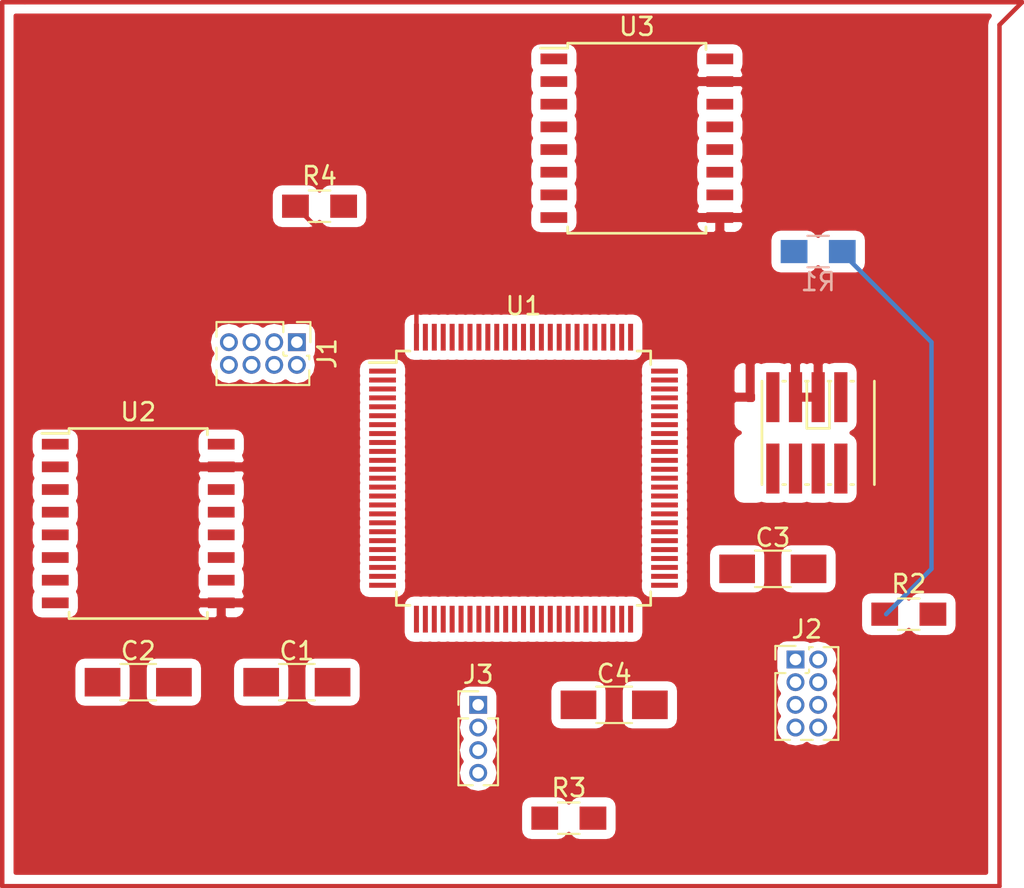
<source format=kicad_pcb>
(kicad_pcb (version 4) (host pcbnew 4.0.7)

  (general
    (links 71)
    (no_connects 66)
    (area 119.054999 78.414999 176.855002 128.595002)
    (thickness 1.6)
    (drawings 0)
    (tracks 14)
    (zones 0)
    (modules 15)
    (nets 108)
  )

  (page A4)
  (layers
    (0 F.Cu signal)
    (31 B.Cu signal)
    (32 B.Adhes user)
    (33 F.Adhes user)
    (34 B.Paste user)
    (35 F.Paste user)
    (36 B.SilkS user)
    (37 F.SilkS user)
    (38 B.Mask user)
    (39 F.Mask user)
    (40 Dwgs.User user)
    (41 Cmts.User user)
    (42 Eco1.User user)
    (43 Eco2.User user)
    (44 Edge.Cuts user)
    (45 Margin user)
    (46 B.CrtYd user)
    (47 F.CrtYd user)
    (48 B.Fab user)
    (49 F.Fab user)
  )

  (setup
    (last_trace_width 0.25)
    (trace_clearance 0.2)
    (zone_clearance 0.508)
    (zone_45_only no)
    (trace_min 0.2)
    (segment_width 0.2)
    (edge_width 0.15)
    (via_size 0.6)
    (via_drill 0.4)
    (via_min_size 0.4)
    (via_min_drill 0.3)
    (uvia_size 0.3)
    (uvia_drill 0.1)
    (uvias_allowed no)
    (uvia_min_size 0.2)
    (uvia_min_drill 0.1)
    (pcb_text_width 0.3)
    (pcb_text_size 1.5 1.5)
    (mod_edge_width 0.15)
    (mod_text_size 1 1)
    (mod_text_width 0.15)
    (pad_size 1.524 1.524)
    (pad_drill 0.762)
    (pad_to_mask_clearance 0.2)
    (aux_axis_origin 0 0)
    (visible_elements FFFFFF7F)
    (pcbplotparams
      (layerselection 0x00030_80000001)
      (usegerberextensions false)
      (excludeedgelayer true)
      (linewidth 0.100000)
      (plotframeref false)
      (viasonmask false)
      (mode 1)
      (useauxorigin false)
      (hpglpennumber 1)
      (hpglpenspeed 20)
      (hpglpendiameter 15)
      (hpglpenoverlay 2)
      (psnegative false)
      (psa4output false)
      (plotreference true)
      (plotvalue true)
      (plotinvisibletext false)
      (padsonsilk false)
      (subtractmaskfromsilk false)
      (outputformat 1)
      (mirror false)
      (drillshape 1)
      (scaleselection 1)
      (outputdirectory ""))
  )

  (net 0 "")
  (net 1 +3V3)
  (net 2 Earth)
  (net 3 "Net-(C2-Pad1)")
  (net 4 "Net-(C2-Pad2)")
  (net 5 /3.3v)
  (net 6 /SWDIO)
  (net 7 GND)
  (net 8 /SWDCLK)
  (net 9 /SWDO)
  (net 10 /NC)
  (net 11 "Net-(CON1-Pad8)")
  (net 12 /NRST)
  (net 13 /PB_MOSI)
  (net 14 "Net-(J1-Pad2)")
  (net 15 /PB_SCK)
  (net 16 "Net-(J1-Pad4)")
  (net 17 /PB_MISO)
  (net 18 "Net-(J1-Pad6)")
  (net 19 /LCD_MOSI)
  (net 20 /LCD_SCK)
  (net 21 /LCD_MISO)
  (net 22 /TXD0)
  (net 23 /RXD0)
  (net 24 "Net-(R1-Pad2)")
  (net 25 "Net-(R3-Pad1)")
  (net 26 "Net-(U1-Pad1)")
  (net 27 "Net-(U1-Pad2)")
  (net 28 "Net-(U1-Pad3)")
  (net 29 "Net-(U1-Pad4)")
  (net 30 "Net-(U1-Pad5)")
  (net 31 "Net-(U1-Pad6)")
  (net 32 "Net-(U1-Pad7)")
  (net 33 "Net-(U1-Pad8)")
  (net 34 "Net-(U1-Pad9)")
  (net 35 "Net-(U1-Pad12)")
  (net 36 "Net-(U1-Pad13)")
  (net 37 "Net-(U1-Pad15)")
  (net 38 "Net-(U1-Pad16)")
  (net 39 "Net-(U1-Pad17)")
  (net 40 "Net-(U1-Pad18)")
  (net 41 "Net-(U1-Pad21)")
  (net 42 "Net-(U1-Pad23)")
  (net 43 "Net-(U1-Pad24)")
  (net 44 "Net-(U1-Pad29)")
  (net 45 "Net-(U1-Pad30)")
  (net 46 "Net-(U1-Pad31)")
  (net 47 "Net-(U1-Pad32)")
  (net 48 "Net-(U1-Pad33)")
  (net 49 "Net-(U1-Pad34)")
  (net 50 "Net-(U1-Pad35)")
  (net 51 "Net-(U1-Pad36)")
  (net 52 "Net-(U1-Pad38)")
  (net 53 "Net-(U1-Pad39)")
  (net 54 "Net-(U1-Pad40)")
  (net 55 "Net-(U1-Pad41)")
  (net 56 "Net-(U1-Pad42)")
  (net 57 "Net-(U1-Pad43)")
  (net 58 "Net-(U1-Pad44)")
  (net 59 "Net-(U1-Pad45)")
  (net 60 "Net-(U1-Pad46)")
  (net 61 /SPI2_SCK)
  (net 62 "Net-(U1-Pad48)")
  (net 63 "Net-(U1-Pad49)")
  (net 64 "Net-(U1-Pad51)")
  (net 65 "Net-(U1-Pad52)")
  (net 66 /SPI2_MISO)
  (net 67 /SPI2_MOSI)
  (net 68 "Net-(U1-Pad55)")
  (net 69 "Net-(U1-Pad56)")
  (net 70 "Net-(U1-Pad57)")
  (net 71 "Net-(U1-Pad58)")
  (net 72 "Net-(U1-Pad59)")
  (net 73 "Net-(U1-Pad60)")
  (net 74 "Net-(U1-Pad61)")
  (net 75 "Net-(U1-Pad62)")
  (net 76 "Net-(U1-Pad63)")
  (net 77 "Net-(U1-Pad64)")
  (net 78 "Net-(U1-Pad65)")
  (net 79 "Net-(U1-Pad66)")
  (net 80 "Net-(U1-Pad67)")
  (net 81 "Net-(U1-Pad68)")
  (net 82 "Net-(U1-Pad69)")
  (net 83 "Net-(U1-Pad70)")
  (net 84 "Net-(U1-Pad71)")
  (net 85 "Net-(U1-Pad73)")
  (net 86 "Net-(U1-Pad77)")
  (net 87 "Net-(U1-Pad78)")
  (net 88 "Net-(U1-Pad79)")
  (net 89 "Net-(U1-Pad80)")
  (net 90 "Net-(U1-Pad81)")
  (net 91 "Net-(U1-Pad82)")
  (net 92 "Net-(U1-Pad83)")
  (net 93 "Net-(U1-Pad84)")
  (net 94 "Net-(U1-Pad85)")
  (net 95 "Net-(U1-Pad86)")
  (net 96 "Net-(U1-Pad87)")
  (net 97 "Net-(U1-Pad88)")
  (net 98 /SPI1_SCK)
  (net 99 /SPI1_MISO)
  (net 100 /SPI1_MOSI)
  (net 101 "Net-(U1-Pad92)")
  (net 102 "Net-(U1-Pad93)")
  (net 103 "Net-(U1-Pad96)")
  (net 104 "Net-(U1-Pad97)")
  (net 105 "Net-(U1-Pad98)")
  (net 106 /NOCONN)
  (net 107 "Net-(U3-Pad12)")

  (net_class Default "This is the default net class."
    (clearance 0.2)
    (trace_width 0.25)
    (via_dia 0.6)
    (via_drill 0.4)
    (uvia_dia 0.3)
    (uvia_drill 0.1)
    (add_net +3V3)
    (add_net /3.3v)
    (add_net /LCD_MISO)
    (add_net /LCD_MOSI)
    (add_net /LCD_SCK)
    (add_net /NC)
    (add_net /NOCONN)
    (add_net /NRST)
    (add_net /PB_MISO)
    (add_net /PB_MOSI)
    (add_net /PB_SCK)
    (add_net /RXD0)
    (add_net /SPI1_MISO)
    (add_net /SPI1_MOSI)
    (add_net /SPI1_SCK)
    (add_net /SPI2_MISO)
    (add_net /SPI2_MOSI)
    (add_net /SPI2_SCK)
    (add_net /SWDCLK)
    (add_net /SWDIO)
    (add_net /SWDO)
    (add_net /TXD0)
    (add_net Earth)
    (add_net GND)
    (add_net "Net-(C2-Pad1)")
    (add_net "Net-(C2-Pad2)")
    (add_net "Net-(CON1-Pad8)")
    (add_net "Net-(J1-Pad2)")
    (add_net "Net-(J1-Pad4)")
    (add_net "Net-(J1-Pad6)")
    (add_net "Net-(R1-Pad2)")
    (add_net "Net-(R3-Pad1)")
    (add_net "Net-(U1-Pad1)")
    (add_net "Net-(U1-Pad12)")
    (add_net "Net-(U1-Pad13)")
    (add_net "Net-(U1-Pad15)")
    (add_net "Net-(U1-Pad16)")
    (add_net "Net-(U1-Pad17)")
    (add_net "Net-(U1-Pad18)")
    (add_net "Net-(U1-Pad2)")
    (add_net "Net-(U1-Pad21)")
    (add_net "Net-(U1-Pad23)")
    (add_net "Net-(U1-Pad24)")
    (add_net "Net-(U1-Pad29)")
    (add_net "Net-(U1-Pad3)")
    (add_net "Net-(U1-Pad30)")
    (add_net "Net-(U1-Pad31)")
    (add_net "Net-(U1-Pad32)")
    (add_net "Net-(U1-Pad33)")
    (add_net "Net-(U1-Pad34)")
    (add_net "Net-(U1-Pad35)")
    (add_net "Net-(U1-Pad36)")
    (add_net "Net-(U1-Pad38)")
    (add_net "Net-(U1-Pad39)")
    (add_net "Net-(U1-Pad4)")
    (add_net "Net-(U1-Pad40)")
    (add_net "Net-(U1-Pad41)")
    (add_net "Net-(U1-Pad42)")
    (add_net "Net-(U1-Pad43)")
    (add_net "Net-(U1-Pad44)")
    (add_net "Net-(U1-Pad45)")
    (add_net "Net-(U1-Pad46)")
    (add_net "Net-(U1-Pad48)")
    (add_net "Net-(U1-Pad49)")
    (add_net "Net-(U1-Pad5)")
    (add_net "Net-(U1-Pad51)")
    (add_net "Net-(U1-Pad52)")
    (add_net "Net-(U1-Pad55)")
    (add_net "Net-(U1-Pad56)")
    (add_net "Net-(U1-Pad57)")
    (add_net "Net-(U1-Pad58)")
    (add_net "Net-(U1-Pad59)")
    (add_net "Net-(U1-Pad6)")
    (add_net "Net-(U1-Pad60)")
    (add_net "Net-(U1-Pad61)")
    (add_net "Net-(U1-Pad62)")
    (add_net "Net-(U1-Pad63)")
    (add_net "Net-(U1-Pad64)")
    (add_net "Net-(U1-Pad65)")
    (add_net "Net-(U1-Pad66)")
    (add_net "Net-(U1-Pad67)")
    (add_net "Net-(U1-Pad68)")
    (add_net "Net-(U1-Pad69)")
    (add_net "Net-(U1-Pad7)")
    (add_net "Net-(U1-Pad70)")
    (add_net "Net-(U1-Pad71)")
    (add_net "Net-(U1-Pad73)")
    (add_net "Net-(U1-Pad77)")
    (add_net "Net-(U1-Pad78)")
    (add_net "Net-(U1-Pad79)")
    (add_net "Net-(U1-Pad8)")
    (add_net "Net-(U1-Pad80)")
    (add_net "Net-(U1-Pad81)")
    (add_net "Net-(U1-Pad82)")
    (add_net "Net-(U1-Pad83)")
    (add_net "Net-(U1-Pad84)")
    (add_net "Net-(U1-Pad85)")
    (add_net "Net-(U1-Pad86)")
    (add_net "Net-(U1-Pad87)")
    (add_net "Net-(U1-Pad88)")
    (add_net "Net-(U1-Pad9)")
    (add_net "Net-(U1-Pad92)")
    (add_net "Net-(U1-Pad93)")
    (add_net "Net-(U1-Pad96)")
    (add_net "Net-(U1-Pad97)")
    (add_net "Net-(U1-Pad98)")
    (add_net "Net-(U3-Pad12)")
  )

  (module Capacitors_SMD:C_1206_HandSoldering (layer F.Cu) (tedit 58AA84D1) (tstamp 5A7C34F3)
    (at 135.89 116.84)
    (descr "Capacitor SMD 1206, hand soldering")
    (tags "capacitor 1206")
    (path /5A2DBFD0)
    (attr smd)
    (fp_text reference C1 (at 0 -1.75) (layer F.SilkS)
      (effects (font (size 1 1) (thickness 0.15)))
    )
    (fp_text value 0.1µ (at 0 2) (layer F.Fab)
      (effects (font (size 1 1) (thickness 0.15)))
    )
    (fp_text user %R (at 0 -1.75) (layer F.Fab)
      (effects (font (size 1 1) (thickness 0.15)))
    )
    (fp_line (start -1.6 0.8) (end -1.6 -0.8) (layer F.Fab) (width 0.1))
    (fp_line (start 1.6 0.8) (end -1.6 0.8) (layer F.Fab) (width 0.1))
    (fp_line (start 1.6 -0.8) (end 1.6 0.8) (layer F.Fab) (width 0.1))
    (fp_line (start -1.6 -0.8) (end 1.6 -0.8) (layer F.Fab) (width 0.1))
    (fp_line (start 1 -1.02) (end -1 -1.02) (layer F.SilkS) (width 0.12))
    (fp_line (start -1 1.02) (end 1 1.02) (layer F.SilkS) (width 0.12))
    (fp_line (start -3.25 -1.05) (end 3.25 -1.05) (layer F.CrtYd) (width 0.05))
    (fp_line (start -3.25 -1.05) (end -3.25 1.05) (layer F.CrtYd) (width 0.05))
    (fp_line (start 3.25 1.05) (end 3.25 -1.05) (layer F.CrtYd) (width 0.05))
    (fp_line (start 3.25 1.05) (end -3.25 1.05) (layer F.CrtYd) (width 0.05))
    (pad 1 smd rect (at -2 0) (size 2 1.6) (layers F.Cu F.Paste F.Mask)
      (net 1 +3V3))
    (pad 2 smd rect (at 2 0) (size 2 1.6) (layers F.Cu F.Paste F.Mask)
      (net 2 Earth))
    (model Capacitors_SMD.3dshapes/C_1206.wrl
      (at (xyz 0 0 0))
      (scale (xyz 1 1 1))
      (rotate (xyz 0 0 0))
    )
  )

  (module Capacitors_SMD:C_1206_HandSoldering (layer F.Cu) (tedit 58AA84D1) (tstamp 5A7C34F9)
    (at 127 116.84)
    (descr "Capacitor SMD 1206, hand soldering")
    (tags "capacitor 1206")
    (path /5A398AD5)
    (attr smd)
    (fp_text reference C2 (at 0 -1.75) (layer F.SilkS)
      (effects (font (size 1 1) (thickness 0.15)))
    )
    (fp_text value 0.1µ (at 0 2) (layer F.Fab)
      (effects (font (size 1 1) (thickness 0.15)))
    )
    (fp_text user %R (at 0 -1.75) (layer F.Fab)
      (effects (font (size 1 1) (thickness 0.15)))
    )
    (fp_line (start -1.6 0.8) (end -1.6 -0.8) (layer F.Fab) (width 0.1))
    (fp_line (start 1.6 0.8) (end -1.6 0.8) (layer F.Fab) (width 0.1))
    (fp_line (start 1.6 -0.8) (end 1.6 0.8) (layer F.Fab) (width 0.1))
    (fp_line (start -1.6 -0.8) (end 1.6 -0.8) (layer F.Fab) (width 0.1))
    (fp_line (start 1 -1.02) (end -1 -1.02) (layer F.SilkS) (width 0.12))
    (fp_line (start -1 1.02) (end 1 1.02) (layer F.SilkS) (width 0.12))
    (fp_line (start -3.25 -1.05) (end 3.25 -1.05) (layer F.CrtYd) (width 0.05))
    (fp_line (start -3.25 -1.05) (end -3.25 1.05) (layer F.CrtYd) (width 0.05))
    (fp_line (start 3.25 1.05) (end 3.25 -1.05) (layer F.CrtYd) (width 0.05))
    (fp_line (start 3.25 1.05) (end -3.25 1.05) (layer F.CrtYd) (width 0.05))
    (pad 1 smd rect (at -2 0) (size 2 1.6) (layers F.Cu F.Paste F.Mask)
      (net 3 "Net-(C2-Pad1)"))
    (pad 2 smd rect (at 2 0) (size 2 1.6) (layers F.Cu F.Paste F.Mask)
      (net 4 "Net-(C2-Pad2)"))
    (model Capacitors_SMD.3dshapes/C_1206.wrl
      (at (xyz 0 0 0))
      (scale (xyz 1 1 1))
      (rotate (xyz 0 0 0))
    )
  )

  (module Capacitors_SMD:C_1206_HandSoldering (layer F.Cu) (tedit 58AA84D1) (tstamp 5A7C34FF)
    (at 162.56 110.49)
    (descr "Capacitor SMD 1206, hand soldering")
    (tags "capacitor 1206")
    (path /5A51391F)
    (attr smd)
    (fp_text reference C3 (at 0 -1.75) (layer F.SilkS)
      (effects (font (size 1 1) (thickness 0.15)))
    )
    (fp_text value 0.1µ (at 0 2) (layer F.Fab)
      (effects (font (size 1 1) (thickness 0.15)))
    )
    (fp_text user %R (at 0 -1.75) (layer F.Fab)
      (effects (font (size 1 1) (thickness 0.15)))
    )
    (fp_line (start -1.6 0.8) (end -1.6 -0.8) (layer F.Fab) (width 0.1))
    (fp_line (start 1.6 0.8) (end -1.6 0.8) (layer F.Fab) (width 0.1))
    (fp_line (start 1.6 -0.8) (end 1.6 0.8) (layer F.Fab) (width 0.1))
    (fp_line (start -1.6 -0.8) (end 1.6 -0.8) (layer F.Fab) (width 0.1))
    (fp_line (start 1 -1.02) (end -1 -1.02) (layer F.SilkS) (width 0.12))
    (fp_line (start -1 1.02) (end 1 1.02) (layer F.SilkS) (width 0.12))
    (fp_line (start -3.25 -1.05) (end 3.25 -1.05) (layer F.CrtYd) (width 0.05))
    (fp_line (start -3.25 -1.05) (end -3.25 1.05) (layer F.CrtYd) (width 0.05))
    (fp_line (start 3.25 1.05) (end 3.25 -1.05) (layer F.CrtYd) (width 0.05))
    (fp_line (start 3.25 1.05) (end -3.25 1.05) (layer F.CrtYd) (width 0.05))
    (pad 1 smd rect (at -2 0) (size 2 1.6) (layers F.Cu F.Paste F.Mask)
      (net 1 +3V3))
    (pad 2 smd rect (at 2 0) (size 2 1.6) (layers F.Cu F.Paste F.Mask)
      (net 2 Earth))
    (model Capacitors_SMD.3dshapes/C_1206.wrl
      (at (xyz 0 0 0))
      (scale (xyz 1 1 1))
      (rotate (xyz 0 0 0))
    )
  )

  (module Capacitors_SMD:C_1206_HandSoldering (layer F.Cu) (tedit 58AA84D1) (tstamp 5A7C3505)
    (at 153.67 118.11)
    (descr "Capacitor SMD 1206, hand soldering")
    (tags "capacitor 1206")
    (path /5A51393A)
    (attr smd)
    (fp_text reference C4 (at 0 -1.75) (layer F.SilkS)
      (effects (font (size 1 1) (thickness 0.15)))
    )
    (fp_text value 0.1µ (at 0 2) (layer F.Fab)
      (effects (font (size 1 1) (thickness 0.15)))
    )
    (fp_text user %R (at 0 -1.75) (layer F.Fab)
      (effects (font (size 1 1) (thickness 0.15)))
    )
    (fp_line (start -1.6 0.8) (end -1.6 -0.8) (layer F.Fab) (width 0.1))
    (fp_line (start 1.6 0.8) (end -1.6 0.8) (layer F.Fab) (width 0.1))
    (fp_line (start 1.6 -0.8) (end 1.6 0.8) (layer F.Fab) (width 0.1))
    (fp_line (start -1.6 -0.8) (end 1.6 -0.8) (layer F.Fab) (width 0.1))
    (fp_line (start 1 -1.02) (end -1 -1.02) (layer F.SilkS) (width 0.12))
    (fp_line (start -1 1.02) (end 1 1.02) (layer F.SilkS) (width 0.12))
    (fp_line (start -3.25 -1.05) (end 3.25 -1.05) (layer F.CrtYd) (width 0.05))
    (fp_line (start -3.25 -1.05) (end -3.25 1.05) (layer F.CrtYd) (width 0.05))
    (fp_line (start 3.25 1.05) (end 3.25 -1.05) (layer F.CrtYd) (width 0.05))
    (fp_line (start 3.25 1.05) (end -3.25 1.05) (layer F.CrtYd) (width 0.05))
    (pad 1 smd rect (at -2 0) (size 2 1.6) (layers F.Cu F.Paste F.Mask)
      (net 3 "Net-(C2-Pad1)"))
    (pad 2 smd rect (at 2 0) (size 2 1.6) (layers F.Cu F.Paste F.Mask)
      (net 4 "Net-(C2-Pad2)"))
    (model Capacitors_SMD.3dshapes/C_1206.wrl
      (at (xyz 0 0 0))
      (scale (xyz 1 1 1))
      (rotate (xyz 0 0 0))
    )
  )

  (module pkl_samtec:FTSH-105-XX-X-DV (layer F.Cu) (tedit 576E3874) (tstamp 5A7C3513)
    (at 165.1 102.87)
    (path /5A316DE1)
    (fp_text reference CON1 (at 0 4.5) (layer F.Fab)
      (effects (font (size 1 1) (thickness 0.15)))
    )
    (fp_text value AVR-JTAG-10 (at 0 -4.5) (layer F.Fab)
      (effects (font (size 1 1) (thickness 0.15)))
    )
    (fp_line (start -3.3 -3.05) (end 3.3 -3.05) (layer F.CrtYd) (width 0.05))
    (fp_line (start -3.3 3.05) (end -3.3 -3.05) (layer F.CrtYd) (width 0.05))
    (fp_line (start 3.3 3.05) (end -3.3 3.05) (layer F.CrtYd) (width 0.05))
    (fp_line (start 3.3 -3.05) (end 3.3 3.05) (layer F.CrtYd) (width 0.05))
    (fp_line (start -0.635 -0.254) (end -0.635 -2.794) (layer F.SilkS) (width 0.15))
    (fp_line (start 0.635 -0.254) (end -0.635 -0.254) (layer F.SilkS) (width 0.15))
    (fp_line (start 0.635 -2.794) (end 0.635 -0.254) (layer F.SilkS) (width 0.15))
    (fp_line (start 1.8288 2.8956) (end 1.9812 2.8956) (layer F.SilkS) (width 0.15))
    (fp_line (start 0.5588 2.8956) (end 0.7112 2.8956) (layer F.SilkS) (width 0.15))
    (fp_line (start -0.7112 2.8956) (end -0.5334 2.8956) (layer F.SilkS) (width 0.15))
    (fp_line (start -1.9812 2.8956) (end -1.8288 2.8956) (layer F.SilkS) (width 0.15))
    (fp_line (start -1.8288 -2.8956) (end -1.9812 -2.8956) (layer F.SilkS) (width 0.15))
    (fp_line (start -0.5588 -2.8956) (end -0.7112 -2.8956) (layer F.SilkS) (width 0.15))
    (fp_line (start 0.7112 -2.8956) (end 0.5588 -2.8956) (layer F.SilkS) (width 0.15))
    (fp_line (start 1.9812 -2.8956) (end 1.8288 -2.8956) (layer F.SilkS) (width 0.15))
    (fp_line (start 3.15 2.9) (end 3.15 -2.9) (layer F.SilkS) (width 0.15))
    (fp_line (start -3.15 2.9) (end -3.15 -2.9) (layer F.SilkS) (width 0.15))
    (pad 1 smd rect (at 2.54 -2 180) (size 0.74 2.8) (layers F.Cu F.Paste F.Mask)
      (net 5 /3.3v))
    (pad 2 smd rect (at 2.54 2 180) (size 0.74 2.8) (layers F.Cu F.Paste F.Mask)
      (net 6 /SWDIO))
    (pad 3 smd rect (at 1.27 -2 180) (size 0.74 2.8) (layers F.Cu F.Paste F.Mask)
      (net 7 GND))
    (pad 4 smd rect (at 1.27 2 180) (size 0.74 2.8) (layers F.Cu F.Paste F.Mask)
      (net 8 /SWDCLK))
    (pad 5 smd rect (at 0 -2 180) (size 0.74 2.8) (layers F.Cu F.Paste F.Mask)
      (net 7 GND))
    (pad 6 smd rect (at 0 2 180) (size 0.74 2.8) (layers F.Cu F.Paste F.Mask)
      (net 9 /SWDO))
    (pad 7 smd rect (at -1.27 -2 180) (size 0.74 2.8) (layers F.Cu F.Paste F.Mask)
      (net 10 /NC))
    (pad 8 smd rect (at -1.27 2 180) (size 0.74 2.8) (layers F.Cu F.Paste F.Mask)
      (net 11 "Net-(CON1-Pad8)"))
    (pad 9 smd rect (at -2.54 -2 180) (size 0.74 2.8) (layers F.Cu F.Paste F.Mask)
      (net 7 GND))
    (pad 10 smd rect (at -2.54 2 180) (size 0.74 2.8) (layers F.Cu F.Paste F.Mask)
      (net 12 /NRST))
  )

  (module Pin_Headers:Pin_Header_Straight_2x04_Pitch1.27mm (layer F.Cu) (tedit 5A7C36C8) (tstamp 5A7C351F)
    (at 135.89 97.79 270)
    (descr "Through hole straight pin header, 2x04, 1.27mm pitch, double rows")
    (tags "Through hole pin header THT 2x04 1.27mm double row")
    (path /5A7329A3)
    (fp_text reference J1 (at 0.635 -1.695 270) (layer F.SilkS)
      (effects (font (size 1 1) (thickness 0.15)))
    )
    (fp_text value Conn_02x04_Odd_Even (at 0.635 5.505 270) (layer F.Fab)
      (effects (font (size 1 1) (thickness 0.15)))
    )
    (fp_line (start -0.2175 -0.635) (end 2.34 -0.635) (layer F.Fab) (width 0.1))
    (fp_line (start 2.34 -0.635) (end 2.34 4.445) (layer F.Fab) (width 0.1))
    (fp_line (start 2.34 4.445) (end -1.07 4.445) (layer F.Fab) (width 0.1))
    (fp_line (start -1.07 4.445) (end -1.07 0.2175) (layer F.Fab) (width 0.1))
    (fp_line (start -1.07 0.2175) (end -0.2175 -0.635) (layer F.Fab) (width 0.1))
    (fp_line (start -1.13 4.505) (end -0.30753 4.505) (layer F.SilkS) (width 0.12))
    (fp_line (start 1.57753 4.505) (end 2.4 4.505) (layer F.SilkS) (width 0.12))
    (fp_line (start 0.30753 4.505) (end 0.96247 4.505) (layer F.SilkS) (width 0.12))
    (fp_line (start -1.13 0.76) (end -1.13 4.505) (layer F.SilkS) (width 0.12))
    (fp_line (start 2.4 -0.695) (end 2.4 4.505) (layer F.SilkS) (width 0.12))
    (fp_line (start -1.13 0.76) (end -0.563471 0.76) (layer F.SilkS) (width 0.12))
    (fp_line (start 0.563471 0.76) (end 0.706529 0.76) (layer F.SilkS) (width 0.12))
    (fp_line (start 0.76 0.706529) (end 0.76 0.563471) (layer F.SilkS) (width 0.12))
    (fp_line (start 0.76 -0.563471) (end 0.76 -0.695) (layer F.SilkS) (width 0.12))
    (fp_line (start 0.76 -0.695) (end 0.96247 -0.695) (layer F.SilkS) (width 0.12))
    (fp_line (start 1.57753 -0.695) (end 2.4 -0.695) (layer F.SilkS) (width 0.12))
    (fp_line (start -1.13 0) (end -1.13 -0.76) (layer F.SilkS) (width 0.12))
    (fp_line (start -1.13 -0.76) (end 0 -0.76) (layer F.SilkS) (width 0.12))
    (fp_line (start -1.6 -1.15) (end -1.6 4.95) (layer F.CrtYd) (width 0.05))
    (fp_line (start -1.6 4.95) (end 2.85 4.95) (layer F.CrtYd) (width 0.05))
    (fp_line (start 2.85 4.95) (end 2.85 -1.15) (layer F.CrtYd) (width 0.05))
    (fp_line (start 2.85 -1.15) (end -1.6 -1.15) (layer F.CrtYd) (width 0.05))
    (fp_text user %R (at 3.81 -5.08 360) (layer F.Fab)
      (effects (font (size 1 1) (thickness 0.15)))
    )
    (pad 1 thru_hole rect (at 0 0 270) (size 1 1) (drill 0.65) (layers *.Cu *.Mask)
      (net 13 /PB_MOSI))
    (pad 2 thru_hole oval (at 1.27 0 270) (size 1 1) (drill 0.65) (layers *.Cu *.Mask)
      (net 14 "Net-(J1-Pad2)"))
    (pad 3 thru_hole oval (at 0 1.27 270) (size 1 1) (drill 0.65) (layers *.Cu *.Mask)
      (net 15 /PB_SCK))
    (pad 4 thru_hole oval (at 1.27 1.27 270) (size 1 1) (drill 0.65) (layers *.Cu *.Mask)
      (net 16 "Net-(J1-Pad4)"))
    (pad 5 thru_hole oval (at 0 2.54 270) (size 1 1) (drill 0.65) (layers *.Cu *.Mask)
      (net 17 /PB_MISO))
    (pad 6 thru_hole oval (at 1.27 2.54 270) (size 1 1) (drill 0.65) (layers *.Cu *.Mask)
      (net 18 "Net-(J1-Pad6)"))
    (pad 7 thru_hole oval (at 0 3.81 270) (size 1 1) (drill 0.65) (layers *.Cu *.Mask)
      (net 3 "Net-(C2-Pad1)"))
    (pad 8 thru_hole oval (at 1.27 3.81 270) (size 1 1) (drill 0.65) (layers *.Cu *.Mask)
      (net 4 "Net-(C2-Pad2)"))
    (model ${KISYS3DMOD}/Pin_Headers.3dshapes/Pin_Header_Straight_2x04_Pitch1.27mm.wrl
      (at (xyz 0 0 0))
      (scale (xyz 1 1 1))
      (rotate (xyz 0 0 0))
    )
  )

  (module Pin_Headers:Pin_Header_Straight_2x04_Pitch1.27mm (layer F.Cu) (tedit 59650536) (tstamp 5A7C352B)
    (at 163.83 115.57)
    (descr "Through hole straight pin header, 2x04, 1.27mm pitch, double rows")
    (tags "Through hole pin header THT 2x04 1.27mm double row")
    (path /5A732AEB)
    (fp_text reference J2 (at 0.635 -1.695) (layer F.SilkS)
      (effects (font (size 1 1) (thickness 0.15)))
    )
    (fp_text value Conn_02x04_Odd_Even (at 0.635 5.505) (layer F.Fab)
      (effects (font (size 1 1) (thickness 0.15)))
    )
    (fp_line (start -0.2175 -0.635) (end 2.34 -0.635) (layer F.Fab) (width 0.1))
    (fp_line (start 2.34 -0.635) (end 2.34 4.445) (layer F.Fab) (width 0.1))
    (fp_line (start 2.34 4.445) (end -1.07 4.445) (layer F.Fab) (width 0.1))
    (fp_line (start -1.07 4.445) (end -1.07 0.2175) (layer F.Fab) (width 0.1))
    (fp_line (start -1.07 0.2175) (end -0.2175 -0.635) (layer F.Fab) (width 0.1))
    (fp_line (start -1.13 4.505) (end -0.30753 4.505) (layer F.SilkS) (width 0.12))
    (fp_line (start 1.57753 4.505) (end 2.4 4.505) (layer F.SilkS) (width 0.12))
    (fp_line (start 0.30753 4.505) (end 0.96247 4.505) (layer F.SilkS) (width 0.12))
    (fp_line (start -1.13 0.76) (end -1.13 4.505) (layer F.SilkS) (width 0.12))
    (fp_line (start 2.4 -0.695) (end 2.4 4.505) (layer F.SilkS) (width 0.12))
    (fp_line (start -1.13 0.76) (end -0.563471 0.76) (layer F.SilkS) (width 0.12))
    (fp_line (start 0.563471 0.76) (end 0.706529 0.76) (layer F.SilkS) (width 0.12))
    (fp_line (start 0.76 0.706529) (end 0.76 0.563471) (layer F.SilkS) (width 0.12))
    (fp_line (start 0.76 -0.563471) (end 0.76 -0.695) (layer F.SilkS) (width 0.12))
    (fp_line (start 0.76 -0.695) (end 0.96247 -0.695) (layer F.SilkS) (width 0.12))
    (fp_line (start 1.57753 -0.695) (end 2.4 -0.695) (layer F.SilkS) (width 0.12))
    (fp_line (start -1.13 0) (end -1.13 -0.76) (layer F.SilkS) (width 0.12))
    (fp_line (start -1.13 -0.76) (end 0 -0.76) (layer F.SilkS) (width 0.12))
    (fp_line (start -1.6 -1.15) (end -1.6 4.95) (layer F.CrtYd) (width 0.05))
    (fp_line (start -1.6 4.95) (end 2.85 4.95) (layer F.CrtYd) (width 0.05))
    (fp_line (start 2.85 4.95) (end 2.85 -1.15) (layer F.CrtYd) (width 0.05))
    (fp_line (start 2.85 -1.15) (end -1.6 -1.15) (layer F.CrtYd) (width 0.05))
    (fp_text user %R (at 0.635 1.905 90) (layer F.Fab)
      (effects (font (size 1 1) (thickness 0.15)))
    )
    (pad 1 thru_hole rect (at 0 0) (size 1 1) (drill 0.65) (layers *.Cu *.Mask)
      (net 19 /LCD_MOSI))
    (pad 2 thru_hole oval (at 1.27 0) (size 1 1) (drill 0.65) (layers *.Cu *.Mask)
      (net 14 "Net-(J1-Pad2)"))
    (pad 3 thru_hole oval (at 0 1.27) (size 1 1) (drill 0.65) (layers *.Cu *.Mask)
      (net 20 /LCD_SCK))
    (pad 4 thru_hole oval (at 1.27 1.27) (size 1 1) (drill 0.65) (layers *.Cu *.Mask)
      (net 16 "Net-(J1-Pad4)"))
    (pad 5 thru_hole oval (at 0 2.54) (size 1 1) (drill 0.65) (layers *.Cu *.Mask)
      (net 21 /LCD_MISO))
    (pad 6 thru_hole oval (at 1.27 2.54) (size 1 1) (drill 0.65) (layers *.Cu *.Mask)
      (net 18 "Net-(J1-Pad6)"))
    (pad 7 thru_hole oval (at 0 3.81) (size 1 1) (drill 0.65) (layers *.Cu *.Mask)
      (net 3 "Net-(C2-Pad1)"))
    (pad 8 thru_hole oval (at 1.27 3.81) (size 1 1) (drill 0.65) (layers *.Cu *.Mask)
      (net 4 "Net-(C2-Pad2)"))
    (model ${KISYS3DMOD}/Pin_Headers.3dshapes/Pin_Header_Straight_2x04_Pitch1.27mm.wrl
      (at (xyz 0 0 0))
      (scale (xyz 1 1 1))
      (rotate (xyz 0 0 0))
    )
  )

  (module Pin_Headers:Pin_Header_Straight_1x04_Pitch1.27mm (layer F.Cu) (tedit 59650535) (tstamp 5A7C3533)
    (at 146.05 118.11)
    (descr "Through hole straight pin header, 1x04, 1.27mm pitch, single row")
    (tags "Through hole pin header THT 1x04 1.27mm single row")
    (path /5A746E96)
    (fp_text reference J3 (at 0 -1.695) (layer F.SilkS)
      (effects (font (size 1 1) (thickness 0.15)))
    )
    (fp_text value USART (at 0 5.505) (layer F.Fab)
      (effects (font (size 1 1) (thickness 0.15)))
    )
    (fp_line (start -0.525 -0.635) (end 1.05 -0.635) (layer F.Fab) (width 0.1))
    (fp_line (start 1.05 -0.635) (end 1.05 4.445) (layer F.Fab) (width 0.1))
    (fp_line (start 1.05 4.445) (end -1.05 4.445) (layer F.Fab) (width 0.1))
    (fp_line (start -1.05 4.445) (end -1.05 -0.11) (layer F.Fab) (width 0.1))
    (fp_line (start -1.05 -0.11) (end -0.525 -0.635) (layer F.Fab) (width 0.1))
    (fp_line (start -1.11 4.505) (end -0.30753 4.505) (layer F.SilkS) (width 0.12))
    (fp_line (start 0.30753 4.505) (end 1.11 4.505) (layer F.SilkS) (width 0.12))
    (fp_line (start -1.11 0.76) (end -1.11 4.505) (layer F.SilkS) (width 0.12))
    (fp_line (start 1.11 0.76) (end 1.11 4.505) (layer F.SilkS) (width 0.12))
    (fp_line (start -1.11 0.76) (end -0.563471 0.76) (layer F.SilkS) (width 0.12))
    (fp_line (start 0.563471 0.76) (end 1.11 0.76) (layer F.SilkS) (width 0.12))
    (fp_line (start -1.11 0) (end -1.11 -0.76) (layer F.SilkS) (width 0.12))
    (fp_line (start -1.11 -0.76) (end 0 -0.76) (layer F.SilkS) (width 0.12))
    (fp_line (start -1.55 -1.15) (end -1.55 4.95) (layer F.CrtYd) (width 0.05))
    (fp_line (start -1.55 4.95) (end 1.55 4.95) (layer F.CrtYd) (width 0.05))
    (fp_line (start 1.55 4.95) (end 1.55 -1.15) (layer F.CrtYd) (width 0.05))
    (fp_line (start 1.55 -1.15) (end -1.55 -1.15) (layer F.CrtYd) (width 0.05))
    (fp_text user %R (at 0 1.905 90) (layer F.Fab)
      (effects (font (size 1 1) (thickness 0.15)))
    )
    (pad 1 thru_hole rect (at 0 0) (size 1 1) (drill 0.65) (layers *.Cu *.Mask)
      (net 22 /TXD0))
    (pad 2 thru_hole oval (at 0 1.27) (size 1 1) (drill 0.65) (layers *.Cu *.Mask)
      (net 23 /RXD0))
    (pad 3 thru_hole oval (at 0 2.54) (size 1 1) (drill 0.65) (layers *.Cu *.Mask)
      (net 2 Earth))
    (pad 4 thru_hole oval (at 0 3.81) (size 1 1) (drill 0.65) (layers *.Cu *.Mask)
      (net 1 +3V3))
    (model ${KISYS3DMOD}/Pin_Headers.3dshapes/Pin_Header_Straight_1x04_Pitch1.27mm.wrl
      (at (xyz 0 0 0))
      (scale (xyz 1 1 1))
      (rotate (xyz 0 0 0))
    )
  )

  (module Resistors_SMD:R_0805_HandSoldering (layer B.Cu) (tedit 58E0A804) (tstamp 5A7C3539)
    (at 165.1 92.71)
    (descr "Resistor SMD 0805, hand soldering")
    (tags "resistor 0805")
    (path /5A397B72)
    (attr smd)
    (fp_text reference R1 (at 0 1.7) (layer B.SilkS)
      (effects (font (size 1 1) (thickness 0.15)) (justify mirror))
    )
    (fp_text value 10K (at 0 -1.75) (layer B.Fab)
      (effects (font (size 1 1) (thickness 0.15)) (justify mirror))
    )
    (fp_text user %R (at 0 0) (layer B.Fab)
      (effects (font (size 0.5 0.5) (thickness 0.075)) (justify mirror))
    )
    (fp_line (start -1 -0.62) (end -1 0.62) (layer B.Fab) (width 0.1))
    (fp_line (start 1 -0.62) (end -1 -0.62) (layer B.Fab) (width 0.1))
    (fp_line (start 1 0.62) (end 1 -0.62) (layer B.Fab) (width 0.1))
    (fp_line (start -1 0.62) (end 1 0.62) (layer B.Fab) (width 0.1))
    (fp_line (start 0.6 -0.88) (end -0.6 -0.88) (layer B.SilkS) (width 0.12))
    (fp_line (start -0.6 0.88) (end 0.6 0.88) (layer B.SilkS) (width 0.12))
    (fp_line (start -2.35 0.9) (end 2.35 0.9) (layer B.CrtYd) (width 0.05))
    (fp_line (start -2.35 0.9) (end -2.35 -0.9) (layer B.CrtYd) (width 0.05))
    (fp_line (start 2.35 -0.9) (end 2.35 0.9) (layer B.CrtYd) (width 0.05))
    (fp_line (start 2.35 -0.9) (end -2.35 -0.9) (layer B.CrtYd) (width 0.05))
    (pad 1 smd rect (at -1.35 0) (size 1.5 1.3) (layers B.Cu B.Paste B.Mask)
      (net 2 Earth))
    (pad 2 smd rect (at 1.35 0) (size 1.5 1.3) (layers B.Cu B.Paste B.Mask)
      (net 24 "Net-(R1-Pad2)"))
    (model ${KISYS3DMOD}/Resistors_SMD.3dshapes/R_0805.wrl
      (at (xyz 0 0 0))
      (scale (xyz 1 1 1))
      (rotate (xyz 0 0 0))
    )
  )

  (module Resistors_SMD:R_0805_HandSoldering (layer F.Cu) (tedit 58E0A804) (tstamp 5A7C353F)
    (at 170.18 113.03)
    (descr "Resistor SMD 0805, hand soldering")
    (tags "resistor 0805")
    (path /5A397C21)
    (attr smd)
    (fp_text reference R2 (at 0 -1.7) (layer F.SilkS)
      (effects (font (size 1 1) (thickness 0.15)))
    )
    (fp_text value 10K (at 0 1.75) (layer F.Fab)
      (effects (font (size 1 1) (thickness 0.15)))
    )
    (fp_text user %R (at 0 0) (layer F.Fab)
      (effects (font (size 0.5 0.5) (thickness 0.075)))
    )
    (fp_line (start -1 0.62) (end -1 -0.62) (layer F.Fab) (width 0.1))
    (fp_line (start 1 0.62) (end -1 0.62) (layer F.Fab) (width 0.1))
    (fp_line (start 1 -0.62) (end 1 0.62) (layer F.Fab) (width 0.1))
    (fp_line (start -1 -0.62) (end 1 -0.62) (layer F.Fab) (width 0.1))
    (fp_line (start 0.6 0.88) (end -0.6 0.88) (layer F.SilkS) (width 0.12))
    (fp_line (start -0.6 -0.88) (end 0.6 -0.88) (layer F.SilkS) (width 0.12))
    (fp_line (start -2.35 -0.9) (end 2.35 -0.9) (layer F.CrtYd) (width 0.05))
    (fp_line (start -2.35 -0.9) (end -2.35 0.9) (layer F.CrtYd) (width 0.05))
    (fp_line (start 2.35 0.9) (end 2.35 -0.9) (layer F.CrtYd) (width 0.05))
    (fp_line (start 2.35 0.9) (end -2.35 0.9) (layer F.CrtYd) (width 0.05))
    (pad 1 smd rect (at -1.35 0) (size 1.5 1.3) (layers F.Cu F.Paste F.Mask)
      (net 24 "Net-(R1-Pad2)"))
    (pad 2 smd rect (at 1.35 0) (size 1.5 1.3) (layers F.Cu F.Paste F.Mask)
      (net 1 +3V3))
    (model ${KISYS3DMOD}/Resistors_SMD.3dshapes/R_0805.wrl
      (at (xyz 0 0 0))
      (scale (xyz 1 1 1))
      (rotate (xyz 0 0 0))
    )
  )

  (module Resistors_SMD:R_0805_HandSoldering (layer F.Cu) (tedit 58E0A804) (tstamp 5A7C3545)
    (at 151.13 124.46)
    (descr "Resistor SMD 0805, hand soldering")
    (tags "resistor 0805")
    (path /5A39841E)
    (attr smd)
    (fp_text reference R3 (at 0 -1.7) (layer F.SilkS)
      (effects (font (size 1 1) (thickness 0.15)))
    )
    (fp_text value 10K (at 0 1.75) (layer F.Fab)
      (effects (font (size 1 1) (thickness 0.15)))
    )
    (fp_text user %R (at 0 0) (layer F.Fab)
      (effects (font (size 0.5 0.5) (thickness 0.075)))
    )
    (fp_line (start -1 0.62) (end -1 -0.62) (layer F.Fab) (width 0.1))
    (fp_line (start 1 0.62) (end -1 0.62) (layer F.Fab) (width 0.1))
    (fp_line (start 1 -0.62) (end 1 0.62) (layer F.Fab) (width 0.1))
    (fp_line (start -1 -0.62) (end 1 -0.62) (layer F.Fab) (width 0.1))
    (fp_line (start 0.6 0.88) (end -0.6 0.88) (layer F.SilkS) (width 0.12))
    (fp_line (start -0.6 -0.88) (end 0.6 -0.88) (layer F.SilkS) (width 0.12))
    (fp_line (start -2.35 -0.9) (end 2.35 -0.9) (layer F.CrtYd) (width 0.05))
    (fp_line (start -2.35 -0.9) (end -2.35 0.9) (layer F.CrtYd) (width 0.05))
    (fp_line (start 2.35 0.9) (end 2.35 -0.9) (layer F.CrtYd) (width 0.05))
    (fp_line (start 2.35 0.9) (end -2.35 0.9) (layer F.CrtYd) (width 0.05))
    (pad 1 smd rect (at -1.35 0) (size 1.5 1.3) (layers F.Cu F.Paste F.Mask)
      (net 25 "Net-(R3-Pad1)"))
    (pad 2 smd rect (at 1.35 0) (size 1.5 1.3) (layers F.Cu F.Paste F.Mask)
      (net 2 Earth))
    (model ${KISYS3DMOD}/Resistors_SMD.3dshapes/R_0805.wrl
      (at (xyz 0 0 0))
      (scale (xyz 1 1 1))
      (rotate (xyz 0 0 0))
    )
  )

  (module Resistors_SMD:R_0805_HandSoldering (layer F.Cu) (tedit 58E0A804) (tstamp 5A7C354B)
    (at 137.16 90.17)
    (descr "Resistor SMD 0805, hand soldering")
    (tags "resistor 0805")
    (path /5A3981FC)
    (attr smd)
    (fp_text reference R4 (at 0 -1.7) (layer F.SilkS)
      (effects (font (size 1 1) (thickness 0.15)))
    )
    (fp_text value 10K (at 0 1.75) (layer F.Fab)
      (effects (font (size 1 1) (thickness 0.15)))
    )
    (fp_text user %R (at 0 0) (layer F.Fab)
      (effects (font (size 0.5 0.5) (thickness 0.075)))
    )
    (fp_line (start -1 0.62) (end -1 -0.62) (layer F.Fab) (width 0.1))
    (fp_line (start 1 0.62) (end -1 0.62) (layer F.Fab) (width 0.1))
    (fp_line (start 1 -0.62) (end 1 0.62) (layer F.Fab) (width 0.1))
    (fp_line (start -1 -0.62) (end 1 -0.62) (layer F.Fab) (width 0.1))
    (fp_line (start 0.6 0.88) (end -0.6 0.88) (layer F.SilkS) (width 0.12))
    (fp_line (start -0.6 -0.88) (end 0.6 -0.88) (layer F.SilkS) (width 0.12))
    (fp_line (start -2.35 -0.9) (end 2.35 -0.9) (layer F.CrtYd) (width 0.05))
    (fp_line (start -2.35 -0.9) (end -2.35 0.9) (layer F.CrtYd) (width 0.05))
    (fp_line (start 2.35 0.9) (end 2.35 -0.9) (layer F.CrtYd) (width 0.05))
    (fp_line (start 2.35 0.9) (end -2.35 0.9) (layer F.CrtYd) (width 0.05))
    (pad 1 smd rect (at -1.35 0) (size 1.5 1.3) (layers F.Cu F.Paste F.Mask)
      (net 1 +3V3))
    (pad 2 smd rect (at 1.35 0) (size 1.5 1.3) (layers F.Cu F.Paste F.Mask)
      (net 25 "Net-(R3-Pad1)"))
    (model ${KISYS3DMOD}/Resistors_SMD.3dshapes/R_0805.wrl
      (at (xyz 0 0 0))
      (scale (xyz 1 1 1))
      (rotate (xyz 0 0 0))
    )
  )

  (module Housings_QFP:LQFP-100_14x14mm_Pitch0.5mm (layer F.Cu) (tedit 58CC9A46) (tstamp 5A7C35B3)
    (at 148.59 105.41)
    (descr "LQFP100: plastic low profile quad flat package; 100 leads; body 14 x 14 x 1.4 mm (see NXP sot407-1_po.pdf and sot407-1_fr.pdf)")
    (tags "QFP 0.5")
    (path /5A1DE778)
    (attr smd)
    (fp_text reference U1 (at 0 -9.65) (layer F.SilkS)
      (effects (font (size 1 1) (thickness 0.15)))
    )
    (fp_text value STM32F407VGTx (at 0 9.65) (layer F.Fab)
      (effects (font (size 1 1) (thickness 0.15)))
    )
    (fp_text user %R (at 0 0) (layer F.Fab)
      (effects (font (size 1 1) (thickness 0.15)))
    )
    (fp_line (start -6 -7) (end 7 -7) (layer F.Fab) (width 0.15))
    (fp_line (start 7 -7) (end 7 7) (layer F.Fab) (width 0.15))
    (fp_line (start 7 7) (end -7 7) (layer F.Fab) (width 0.15))
    (fp_line (start -7 7) (end -7 -6) (layer F.Fab) (width 0.15))
    (fp_line (start -7 -6) (end -6 -7) (layer F.Fab) (width 0.15))
    (fp_line (start -8.9 -8.9) (end -8.9 8.9) (layer F.CrtYd) (width 0.05))
    (fp_line (start 8.9 -8.9) (end 8.9 8.9) (layer F.CrtYd) (width 0.05))
    (fp_line (start -8.9 -8.9) (end 8.9 -8.9) (layer F.CrtYd) (width 0.05))
    (fp_line (start -8.9 8.9) (end 8.9 8.9) (layer F.CrtYd) (width 0.05))
    (fp_line (start -7.125 -7.125) (end -7.125 -6.475) (layer F.SilkS) (width 0.15))
    (fp_line (start 7.125 -7.125) (end 7.125 -6.365) (layer F.SilkS) (width 0.15))
    (fp_line (start 7.125 7.125) (end 7.125 6.365) (layer F.SilkS) (width 0.15))
    (fp_line (start -7.125 7.125) (end -7.125 6.365) (layer F.SilkS) (width 0.15))
    (fp_line (start -7.125 -7.125) (end -6.365 -7.125) (layer F.SilkS) (width 0.15))
    (fp_line (start -7.125 7.125) (end -6.365 7.125) (layer F.SilkS) (width 0.15))
    (fp_line (start 7.125 7.125) (end 6.365 7.125) (layer F.SilkS) (width 0.15))
    (fp_line (start 7.125 -7.125) (end 6.365 -7.125) (layer F.SilkS) (width 0.15))
    (fp_line (start -7.125 -6.475) (end -8.65 -6.475) (layer F.SilkS) (width 0.15))
    (pad 1 smd rect (at -7.9 -6) (size 1.5 0.28) (layers F.Cu F.Paste F.Mask)
      (net 26 "Net-(U1-Pad1)"))
    (pad 2 smd rect (at -7.9 -5.5) (size 1.5 0.28) (layers F.Cu F.Paste F.Mask)
      (net 27 "Net-(U1-Pad2)"))
    (pad 3 smd rect (at -7.9 -5) (size 1.5 0.28) (layers F.Cu F.Paste F.Mask)
      (net 28 "Net-(U1-Pad3)"))
    (pad 4 smd rect (at -7.9 -4.5) (size 1.5 0.28) (layers F.Cu F.Paste F.Mask)
      (net 29 "Net-(U1-Pad4)"))
    (pad 5 smd rect (at -7.9 -4) (size 1.5 0.28) (layers F.Cu F.Paste F.Mask)
      (net 30 "Net-(U1-Pad5)"))
    (pad 6 smd rect (at -7.9 -3.5) (size 1.5 0.28) (layers F.Cu F.Paste F.Mask)
      (net 31 "Net-(U1-Pad6)"))
    (pad 7 smd rect (at -7.9 -3) (size 1.5 0.28) (layers F.Cu F.Paste F.Mask)
      (net 32 "Net-(U1-Pad7)"))
    (pad 8 smd rect (at -7.9 -2.5) (size 1.5 0.28) (layers F.Cu F.Paste F.Mask)
      (net 33 "Net-(U1-Pad8)"))
    (pad 9 smd rect (at -7.9 -2) (size 1.5 0.28) (layers F.Cu F.Paste F.Mask)
      (net 34 "Net-(U1-Pad9)"))
    (pad 10 smd rect (at -7.9 -1.5) (size 1.5 0.28) (layers F.Cu F.Paste F.Mask)
      (net 2 Earth))
    (pad 11 smd rect (at -7.9 -1) (size 1.5 0.28) (layers F.Cu F.Paste F.Mask)
      (net 1 +3V3))
    (pad 12 smd rect (at -7.9 -0.5) (size 1.5 0.28) (layers F.Cu F.Paste F.Mask)
      (net 35 "Net-(U1-Pad12)"))
    (pad 13 smd rect (at -7.9 0) (size 1.5 0.28) (layers F.Cu F.Paste F.Mask)
      (net 36 "Net-(U1-Pad13)"))
    (pad 14 smd rect (at -7.9 0.5) (size 1.5 0.28) (layers F.Cu F.Paste F.Mask)
      (net 12 /NRST))
    (pad 15 smd rect (at -7.9 1) (size 1.5 0.28) (layers F.Cu F.Paste F.Mask)
      (net 37 "Net-(U1-Pad15)"))
    (pad 16 smd rect (at -7.9 1.5) (size 1.5 0.28) (layers F.Cu F.Paste F.Mask)
      (net 38 "Net-(U1-Pad16)"))
    (pad 17 smd rect (at -7.9 2) (size 1.5 0.28) (layers F.Cu F.Paste F.Mask)
      (net 39 "Net-(U1-Pad17)"))
    (pad 18 smd rect (at -7.9 2.5) (size 1.5 0.28) (layers F.Cu F.Paste F.Mask)
      (net 40 "Net-(U1-Pad18)"))
    (pad 19 smd rect (at -7.9 3) (size 1.5 0.28) (layers F.Cu F.Paste F.Mask)
      (net 1 +3V3))
    (pad 20 smd rect (at -7.9 3.5) (size 1.5 0.28) (layers F.Cu F.Paste F.Mask)
      (net 2 Earth))
    (pad 21 smd rect (at -7.9 4) (size 1.5 0.28) (layers F.Cu F.Paste F.Mask)
      (net 41 "Net-(U1-Pad21)"))
    (pad 22 smd rect (at -7.9 4.5) (size 1.5 0.28) (layers F.Cu F.Paste F.Mask)
      (net 1 +3V3))
    (pad 23 smd rect (at -7.9 5) (size 1.5 0.28) (layers F.Cu F.Paste F.Mask)
      (net 42 "Net-(U1-Pad23)"))
    (pad 24 smd rect (at -7.9 5.5) (size 1.5 0.28) (layers F.Cu F.Paste F.Mask)
      (net 43 "Net-(U1-Pad24)"))
    (pad 25 smd rect (at -7.9 6) (size 1.5 0.28) (layers F.Cu F.Paste F.Mask)
      (net 22 /TXD0))
    (pad 26 smd rect (at -6 7.9 90) (size 1.5 0.28) (layers F.Cu F.Paste F.Mask)
      (net 23 /RXD0))
    (pad 27 smd rect (at -5.5 7.9 90) (size 1.5 0.28) (layers F.Cu F.Paste F.Mask)
      (net 2 Earth))
    (pad 28 smd rect (at -5 7.9 90) (size 1.5 0.28) (layers F.Cu F.Paste F.Mask)
      (net 1 +3V3))
    (pad 29 smd rect (at -4.5 7.9 90) (size 1.5 0.28) (layers F.Cu F.Paste F.Mask)
      (net 44 "Net-(U1-Pad29)"))
    (pad 30 smd rect (at -4 7.9 90) (size 1.5 0.28) (layers F.Cu F.Paste F.Mask)
      (net 45 "Net-(U1-Pad30)"))
    (pad 31 smd rect (at -3.5 7.9 90) (size 1.5 0.28) (layers F.Cu F.Paste F.Mask)
      (net 46 "Net-(U1-Pad31)"))
    (pad 32 smd rect (at -3 7.9 90) (size 1.5 0.28) (layers F.Cu F.Paste F.Mask)
      (net 47 "Net-(U1-Pad32)"))
    (pad 33 smd rect (at -2.5 7.9 90) (size 1.5 0.28) (layers F.Cu F.Paste F.Mask)
      (net 48 "Net-(U1-Pad33)"))
    (pad 34 smd rect (at -2 7.9 90) (size 1.5 0.28) (layers F.Cu F.Paste F.Mask)
      (net 49 "Net-(U1-Pad34)"))
    (pad 35 smd rect (at -1.5 7.9 90) (size 1.5 0.28) (layers F.Cu F.Paste F.Mask)
      (net 50 "Net-(U1-Pad35)"))
    (pad 36 smd rect (at -1 7.9 90) (size 1.5 0.28) (layers F.Cu F.Paste F.Mask)
      (net 51 "Net-(U1-Pad36)"))
    (pad 37 smd rect (at -0.5 7.9 90) (size 1.5 0.28) (layers F.Cu F.Paste F.Mask)
      (net 25 "Net-(R3-Pad1)"))
    (pad 38 smd rect (at 0 7.9 90) (size 1.5 0.28) (layers F.Cu F.Paste F.Mask)
      (net 52 "Net-(U1-Pad38)"))
    (pad 39 smd rect (at 0.5 7.9 90) (size 1.5 0.28) (layers F.Cu F.Paste F.Mask)
      (net 53 "Net-(U1-Pad39)"))
    (pad 40 smd rect (at 1 7.9 90) (size 1.5 0.28) (layers F.Cu F.Paste F.Mask)
      (net 54 "Net-(U1-Pad40)"))
    (pad 41 smd rect (at 1.5 7.9 90) (size 1.5 0.28) (layers F.Cu F.Paste F.Mask)
      (net 55 "Net-(U1-Pad41)"))
    (pad 42 smd rect (at 2 7.9 90) (size 1.5 0.28) (layers F.Cu F.Paste F.Mask)
      (net 56 "Net-(U1-Pad42)"))
    (pad 43 smd rect (at 2.5 7.9 90) (size 1.5 0.28) (layers F.Cu F.Paste F.Mask)
      (net 57 "Net-(U1-Pad43)"))
    (pad 44 smd rect (at 3 7.9 90) (size 1.5 0.28) (layers F.Cu F.Paste F.Mask)
      (net 58 "Net-(U1-Pad44)"))
    (pad 45 smd rect (at 3.5 7.9 90) (size 1.5 0.28) (layers F.Cu F.Paste F.Mask)
      (net 59 "Net-(U1-Pad45)"))
    (pad 46 smd rect (at 4 7.9 90) (size 1.5 0.28) (layers F.Cu F.Paste F.Mask)
      (net 60 "Net-(U1-Pad46)"))
    (pad 47 smd rect (at 4.5 7.9 90) (size 1.5 0.28) (layers F.Cu F.Paste F.Mask)
      (net 61 /SPI2_SCK))
    (pad 48 smd rect (at 5 7.9 90) (size 1.5 0.28) (layers F.Cu F.Paste F.Mask)
      (net 62 "Net-(U1-Pad48)"))
    (pad 49 smd rect (at 5.5 7.9 90) (size 1.5 0.28) (layers F.Cu F.Paste F.Mask)
      (net 63 "Net-(U1-Pad49)"))
    (pad 50 smd rect (at 6 7.9 90) (size 1.5 0.28) (layers F.Cu F.Paste F.Mask)
      (net 1 +3V3))
    (pad 51 smd rect (at 7.9 6) (size 1.5 0.28) (layers F.Cu F.Paste F.Mask)
      (net 64 "Net-(U1-Pad51)"))
    (pad 52 smd rect (at 7.9 5.5) (size 1.5 0.28) (layers F.Cu F.Paste F.Mask)
      (net 65 "Net-(U1-Pad52)"))
    (pad 53 smd rect (at 7.9 5) (size 1.5 0.28) (layers F.Cu F.Paste F.Mask)
      (net 66 /SPI2_MISO))
    (pad 54 smd rect (at 7.9 4.5) (size 1.5 0.28) (layers F.Cu F.Paste F.Mask)
      (net 67 /SPI2_MOSI))
    (pad 55 smd rect (at 7.9 4) (size 1.5 0.28) (layers F.Cu F.Paste F.Mask)
      (net 68 "Net-(U1-Pad55)"))
    (pad 56 smd rect (at 7.9 3.5) (size 1.5 0.28) (layers F.Cu F.Paste F.Mask)
      (net 69 "Net-(U1-Pad56)"))
    (pad 57 smd rect (at 7.9 3) (size 1.5 0.28) (layers F.Cu F.Paste F.Mask)
      (net 70 "Net-(U1-Pad57)"))
    (pad 58 smd rect (at 7.9 2.5) (size 1.5 0.28) (layers F.Cu F.Paste F.Mask)
      (net 71 "Net-(U1-Pad58)"))
    (pad 59 smd rect (at 7.9 2) (size 1.5 0.28) (layers F.Cu F.Paste F.Mask)
      (net 72 "Net-(U1-Pad59)"))
    (pad 60 smd rect (at 7.9 1.5) (size 1.5 0.28) (layers F.Cu F.Paste F.Mask)
      (net 73 "Net-(U1-Pad60)"))
    (pad 61 smd rect (at 7.9 1) (size 1.5 0.28) (layers F.Cu F.Paste F.Mask)
      (net 74 "Net-(U1-Pad61)"))
    (pad 62 smd rect (at 7.9 0.5) (size 1.5 0.28) (layers F.Cu F.Paste F.Mask)
      (net 75 "Net-(U1-Pad62)"))
    (pad 63 smd rect (at 7.9 0) (size 1.5 0.28) (layers F.Cu F.Paste F.Mask)
      (net 76 "Net-(U1-Pad63)"))
    (pad 64 smd rect (at 7.9 -0.5) (size 1.5 0.28) (layers F.Cu F.Paste F.Mask)
      (net 77 "Net-(U1-Pad64)"))
    (pad 65 smd rect (at 7.9 -1) (size 1.5 0.28) (layers F.Cu F.Paste F.Mask)
      (net 78 "Net-(U1-Pad65)"))
    (pad 66 smd rect (at 7.9 -1.5) (size 1.5 0.28) (layers F.Cu F.Paste F.Mask)
      (net 79 "Net-(U1-Pad66)"))
    (pad 67 smd rect (at 7.9 -2) (size 1.5 0.28) (layers F.Cu F.Paste F.Mask)
      (net 80 "Net-(U1-Pad67)"))
    (pad 68 smd rect (at 7.9 -2.5) (size 1.5 0.28) (layers F.Cu F.Paste F.Mask)
      (net 81 "Net-(U1-Pad68)"))
    (pad 69 smd rect (at 7.9 -3) (size 1.5 0.28) (layers F.Cu F.Paste F.Mask)
      (net 82 "Net-(U1-Pad69)"))
    (pad 70 smd rect (at 7.9 -3.5) (size 1.5 0.28) (layers F.Cu F.Paste F.Mask)
      (net 83 "Net-(U1-Pad70)"))
    (pad 71 smd rect (at 7.9 -4) (size 1.5 0.28) (layers F.Cu F.Paste F.Mask)
      (net 84 "Net-(U1-Pad71)"))
    (pad 72 smd rect (at 7.9 -4.5) (size 1.5 0.28) (layers F.Cu F.Paste F.Mask)
      (net 6 /SWDIO))
    (pad 73 smd rect (at 7.9 -5) (size 1.5 0.28) (layers F.Cu F.Paste F.Mask)
      (net 85 "Net-(U1-Pad73)"))
    (pad 74 smd rect (at 7.9 -5.5) (size 1.5 0.28) (layers F.Cu F.Paste F.Mask)
      (net 2 Earth))
    (pad 75 smd rect (at 7.9 -6) (size 1.5 0.28) (layers F.Cu F.Paste F.Mask)
      (net 1 +3V3))
    (pad 76 smd rect (at 6 -7.9 90) (size 1.5 0.28) (layers F.Cu F.Paste F.Mask)
      (net 8 /SWDCLK))
    (pad 77 smd rect (at 5.5 -7.9 90) (size 1.5 0.28) (layers F.Cu F.Paste F.Mask)
      (net 86 "Net-(U1-Pad77)"))
    (pad 78 smd rect (at 5 -7.9 90) (size 1.5 0.28) (layers F.Cu F.Paste F.Mask)
      (net 87 "Net-(U1-Pad78)"))
    (pad 79 smd rect (at 4.5 -7.9 90) (size 1.5 0.28) (layers F.Cu F.Paste F.Mask)
      (net 88 "Net-(U1-Pad79)"))
    (pad 80 smd rect (at 4 -7.9 90) (size 1.5 0.28) (layers F.Cu F.Paste F.Mask)
      (net 89 "Net-(U1-Pad80)"))
    (pad 81 smd rect (at 3.5 -7.9 90) (size 1.5 0.28) (layers F.Cu F.Paste F.Mask)
      (net 90 "Net-(U1-Pad81)"))
    (pad 82 smd rect (at 3 -7.9 90) (size 1.5 0.28) (layers F.Cu F.Paste F.Mask)
      (net 91 "Net-(U1-Pad82)"))
    (pad 83 smd rect (at 2.5 -7.9 90) (size 1.5 0.28) (layers F.Cu F.Paste F.Mask)
      (net 92 "Net-(U1-Pad83)"))
    (pad 84 smd rect (at 2 -7.9 90) (size 1.5 0.28) (layers F.Cu F.Paste F.Mask)
      (net 93 "Net-(U1-Pad84)"))
    (pad 85 smd rect (at 1.5 -7.9 90) (size 1.5 0.28) (layers F.Cu F.Paste F.Mask)
      (net 94 "Net-(U1-Pad85)"))
    (pad 86 smd rect (at 1 -7.9 90) (size 1.5 0.28) (layers F.Cu F.Paste F.Mask)
      (net 95 "Net-(U1-Pad86)"))
    (pad 87 smd rect (at 0.5 -7.9 90) (size 1.5 0.28) (layers F.Cu F.Paste F.Mask)
      (net 96 "Net-(U1-Pad87)"))
    (pad 88 smd rect (at 0 -7.9 90) (size 1.5 0.28) (layers F.Cu F.Paste F.Mask)
      (net 97 "Net-(U1-Pad88)"))
    (pad 89 smd rect (at -0.5 -7.9 90) (size 1.5 0.28) (layers F.Cu F.Paste F.Mask)
      (net 98 /SPI1_SCK))
    (pad 90 smd rect (at -1 -7.9 90) (size 1.5 0.28) (layers F.Cu F.Paste F.Mask)
      (net 99 /SPI1_MISO))
    (pad 91 smd rect (at -1.5 -7.9 90) (size 1.5 0.28) (layers F.Cu F.Paste F.Mask)
      (net 100 /SPI1_MOSI))
    (pad 92 smd rect (at -2 -7.9 90) (size 1.5 0.28) (layers F.Cu F.Paste F.Mask)
      (net 101 "Net-(U1-Pad92)"))
    (pad 93 smd rect (at -2.5 -7.9 90) (size 1.5 0.28) (layers F.Cu F.Paste F.Mask)
      (net 102 "Net-(U1-Pad93)"))
    (pad 94 smd rect (at -3 -7.9 90) (size 1.5 0.28) (layers F.Cu F.Paste F.Mask)
      (net 24 "Net-(R1-Pad2)"))
    (pad 95 smd rect (at -3.5 -7.9 90) (size 1.5 0.28) (layers F.Cu F.Paste F.Mask)
      (net 9 /SWDO))
    (pad 96 smd rect (at -4 -7.9 90) (size 1.5 0.28) (layers F.Cu F.Paste F.Mask)
      (net 103 "Net-(U1-Pad96)"))
    (pad 97 smd rect (at -4.5 -7.9 90) (size 1.5 0.28) (layers F.Cu F.Paste F.Mask)
      (net 104 "Net-(U1-Pad97)"))
    (pad 98 smd rect (at -5 -7.9 90) (size 1.5 0.28) (layers F.Cu F.Paste F.Mask)
      (net 105 "Net-(U1-Pad98)"))
    (pad 99 smd rect (at -5.5 -7.9 90) (size 1.5 0.28) (layers F.Cu F.Paste F.Mask)
      (net 2 Earth))
    (pad 100 smd rect (at -6 -7.9 90) (size 1.5 0.28) (layers F.Cu F.Paste F.Mask)
      (net 1 +3V3))
    (model ${KISYS3DMOD}/Housings_QFP.3dshapes/LQFP-100_14x14mm_Pitch0.5mm.wrl
      (at (xyz 0 0 0))
      (scale (xyz 1 1 1))
      (rotate (xyz 0 0 0))
    )
  )

  (module Housings_SOIC:SOIC-16W_7.5x10.3mm_Pitch1.27mm (layer F.Cu) (tedit 58CC8F64) (tstamp 5A7C35C7)
    (at 127 107.95)
    (descr "16-Lead Plastic Small Outline (SO) - Wide, 7.50 mm Body [SOIC] (see Microchip Packaging Specification 00000049BS.pdf)")
    (tags "SOIC 1.27")
    (path /5A2DA989)
    (attr smd)
    (fp_text reference U2 (at 0 -6.25) (layer F.SilkS)
      (effects (font (size 1 1) (thickness 0.15)))
    )
    (fp_text value ISO7341FC (at 0 6.25) (layer F.Fab)
      (effects (font (size 1 1) (thickness 0.15)))
    )
    (fp_text user %R (at 0 0) (layer F.Fab)
      (effects (font (size 1 1) (thickness 0.15)))
    )
    (fp_line (start -2.75 -5.15) (end 3.75 -5.15) (layer F.Fab) (width 0.15))
    (fp_line (start 3.75 -5.15) (end 3.75 5.15) (layer F.Fab) (width 0.15))
    (fp_line (start 3.75 5.15) (end -3.75 5.15) (layer F.Fab) (width 0.15))
    (fp_line (start -3.75 5.15) (end -3.75 -4.15) (layer F.Fab) (width 0.15))
    (fp_line (start -3.75 -4.15) (end -2.75 -5.15) (layer F.Fab) (width 0.15))
    (fp_line (start -5.65 -5.5) (end -5.65 5.5) (layer F.CrtYd) (width 0.05))
    (fp_line (start 5.65 -5.5) (end 5.65 5.5) (layer F.CrtYd) (width 0.05))
    (fp_line (start -5.65 -5.5) (end 5.65 -5.5) (layer F.CrtYd) (width 0.05))
    (fp_line (start -5.65 5.5) (end 5.65 5.5) (layer F.CrtYd) (width 0.05))
    (fp_line (start -3.875 -5.325) (end -3.875 -5.05) (layer F.SilkS) (width 0.15))
    (fp_line (start 3.875 -5.325) (end 3.875 -4.97) (layer F.SilkS) (width 0.15))
    (fp_line (start 3.875 5.325) (end 3.875 4.97) (layer F.SilkS) (width 0.15))
    (fp_line (start -3.875 5.325) (end -3.875 4.97) (layer F.SilkS) (width 0.15))
    (fp_line (start -3.875 -5.325) (end 3.875 -5.325) (layer F.SilkS) (width 0.15))
    (fp_line (start -3.875 5.325) (end 3.875 5.325) (layer F.SilkS) (width 0.15))
    (fp_line (start -3.875 -5.05) (end -5.4 -5.05) (layer F.SilkS) (width 0.15))
    (pad 1 smd rect (at -4.65 -4.445) (size 1.5 0.6) (layers F.Cu F.Paste F.Mask)
      (net 1 +3V3))
    (pad 2 smd rect (at -4.65 -3.175) (size 1.5 0.6) (layers F.Cu F.Paste F.Mask)
      (net 2 Earth))
    (pad 3 smd rect (at -4.65 -1.905) (size 1.5 0.6) (layers F.Cu F.Paste F.Mask)
      (net 100 /SPI1_MOSI))
    (pad 4 smd rect (at -4.65 -0.635) (size 1.5 0.6) (layers F.Cu F.Paste F.Mask)
      (net 98 /SPI1_SCK))
    (pad 5 smd rect (at -4.65 0.635) (size 1.5 0.6) (layers F.Cu F.Paste F.Mask)
      (net 106 /NOCONN))
    (pad 6 smd rect (at -4.65 1.905) (size 1.5 0.6) (layers F.Cu F.Paste F.Mask)
      (net 99 /SPI1_MISO))
    (pad 7 smd rect (at -4.65 3.175) (size 1.5 0.6) (layers F.Cu F.Paste F.Mask)
      (net 1 +3V3))
    (pad 8 smd rect (at -4.65 4.445) (size 1.5 0.6) (layers F.Cu F.Paste F.Mask)
      (net 2 Earth))
    (pad 9 smd rect (at 4.65 4.445) (size 1.5 0.6) (layers F.Cu F.Paste F.Mask)
      (net 7 GND))
    (pad 10 smd rect (at 4.65 3.175) (size 1.5 0.6) (layers F.Cu F.Paste F.Mask)
      (net 3 "Net-(C2-Pad1)"))
    (pad 11 smd rect (at 4.65 1.905) (size 1.5 0.6) (layers F.Cu F.Paste F.Mask)
      (net 17 /PB_MISO))
    (pad 12 smd rect (at 4.65 0.635) (size 1.5 0.6) (layers F.Cu F.Paste F.Mask)
      (net 106 /NOCONN))
    (pad 13 smd rect (at 4.65 -0.635) (size 1.5 0.6) (layers F.Cu F.Paste F.Mask)
      (net 15 /PB_SCK))
    (pad 14 smd rect (at 4.65 -1.905) (size 1.5 0.6) (layers F.Cu F.Paste F.Mask)
      (net 13 /PB_MOSI))
    (pad 15 smd rect (at 4.65 -3.175) (size 1.5 0.6) (layers F.Cu F.Paste F.Mask)
      (net 7 GND))
    (pad 16 smd rect (at 4.65 -4.445) (size 1.5 0.6) (layers F.Cu F.Paste F.Mask)
      (net 3 "Net-(C2-Pad1)"))
    (model ${KISYS3DMOD}/Housings_SOIC.3dshapes/SOIC-16W_7.5x10.3mm_Pitch1.27mm.wrl
      (at (xyz 0 0 0))
      (scale (xyz 1 1 1))
      (rotate (xyz 0 0 0))
    )
  )

  (module Housings_SOIC:SOIC-16W_7.5x10.3mm_Pitch1.27mm (layer F.Cu) (tedit 58CC8F64) (tstamp 5A7C35DB)
    (at 154.94 86.36)
    (descr "16-Lead Plastic Small Outline (SO) - Wide, 7.50 mm Body [SOIC] (see Microchip Packaging Specification 00000049BS.pdf)")
    (tags "SOIC 1.27")
    (path /5A513919)
    (attr smd)
    (fp_text reference U3 (at 0 -6.25) (layer F.SilkS)
      (effects (font (size 1 1) (thickness 0.15)))
    )
    (fp_text value ISO7341FC (at 0 6.25) (layer F.Fab)
      (effects (font (size 1 1) (thickness 0.15)))
    )
    (fp_text user %R (at 0 0) (layer F.Fab)
      (effects (font (size 1 1) (thickness 0.15)))
    )
    (fp_line (start -2.75 -5.15) (end 3.75 -5.15) (layer F.Fab) (width 0.15))
    (fp_line (start 3.75 -5.15) (end 3.75 5.15) (layer F.Fab) (width 0.15))
    (fp_line (start 3.75 5.15) (end -3.75 5.15) (layer F.Fab) (width 0.15))
    (fp_line (start -3.75 5.15) (end -3.75 -4.15) (layer F.Fab) (width 0.15))
    (fp_line (start -3.75 -4.15) (end -2.75 -5.15) (layer F.Fab) (width 0.15))
    (fp_line (start -5.65 -5.5) (end -5.65 5.5) (layer F.CrtYd) (width 0.05))
    (fp_line (start 5.65 -5.5) (end 5.65 5.5) (layer F.CrtYd) (width 0.05))
    (fp_line (start -5.65 -5.5) (end 5.65 -5.5) (layer F.CrtYd) (width 0.05))
    (fp_line (start -5.65 5.5) (end 5.65 5.5) (layer F.CrtYd) (width 0.05))
    (fp_line (start -3.875 -5.325) (end -3.875 -5.05) (layer F.SilkS) (width 0.15))
    (fp_line (start 3.875 -5.325) (end 3.875 -4.97) (layer F.SilkS) (width 0.15))
    (fp_line (start 3.875 5.325) (end 3.875 4.97) (layer F.SilkS) (width 0.15))
    (fp_line (start -3.875 5.325) (end -3.875 4.97) (layer F.SilkS) (width 0.15))
    (fp_line (start -3.875 -5.325) (end 3.875 -5.325) (layer F.SilkS) (width 0.15))
    (fp_line (start -3.875 5.325) (end 3.875 5.325) (layer F.SilkS) (width 0.15))
    (fp_line (start -3.875 -5.05) (end -5.4 -5.05) (layer F.SilkS) (width 0.15))
    (pad 1 smd rect (at -4.65 -4.445) (size 1.5 0.6) (layers F.Cu F.Paste F.Mask)
      (net 1 +3V3))
    (pad 2 smd rect (at -4.65 -3.175) (size 1.5 0.6) (layers F.Cu F.Paste F.Mask)
      (net 2 Earth))
    (pad 3 smd rect (at -4.65 -1.905) (size 1.5 0.6) (layers F.Cu F.Paste F.Mask)
      (net 67 /SPI2_MOSI))
    (pad 4 smd rect (at -4.65 -0.635) (size 1.5 0.6) (layers F.Cu F.Paste F.Mask)
      (net 61 /SPI2_SCK))
    (pad 5 smd rect (at -4.65 0.635) (size 1.5 0.6) (layers F.Cu F.Paste F.Mask)
      (net 106 /NOCONN))
    (pad 6 smd rect (at -4.65 1.905) (size 1.5 0.6) (layers F.Cu F.Paste F.Mask)
      (net 66 /SPI2_MISO))
    (pad 7 smd rect (at -4.65 3.175) (size 1.5 0.6) (layers F.Cu F.Paste F.Mask)
      (net 1 +3V3))
    (pad 8 smd rect (at -4.65 4.445) (size 1.5 0.6) (layers F.Cu F.Paste F.Mask)
      (net 2 Earth))
    (pad 9 smd rect (at 4.65 4.445) (size 1.5 0.6) (layers F.Cu F.Paste F.Mask)
      (net 7 GND))
    (pad 10 smd rect (at 4.65 3.175) (size 1.5 0.6) (layers F.Cu F.Paste F.Mask)
      (net 3 "Net-(C2-Pad1)"))
    (pad 11 smd rect (at 4.65 1.905) (size 1.5 0.6) (layers F.Cu F.Paste F.Mask)
      (net 21 /LCD_MISO))
    (pad 12 smd rect (at 4.65 0.635) (size 1.5 0.6) (layers F.Cu F.Paste F.Mask)
      (net 107 "Net-(U3-Pad12)"))
    (pad 13 smd rect (at 4.65 -0.635) (size 1.5 0.6) (layers F.Cu F.Paste F.Mask)
      (net 20 /LCD_SCK))
    (pad 14 smd rect (at 4.65 -1.905) (size 1.5 0.6) (layers F.Cu F.Paste F.Mask)
      (net 19 /LCD_MOSI))
    (pad 15 smd rect (at 4.65 -3.175) (size 1.5 0.6) (layers F.Cu F.Paste F.Mask)
      (net 7 GND))
    (pad 16 smd rect (at 4.65 -4.445) (size 1.5 0.6) (layers F.Cu F.Paste F.Mask)
      (net 3 "Net-(C2-Pad1)"))
    (model ${KISYS3DMOD}/Housings_SOIC.3dshapes/SOIC-16W_7.5x10.3mm_Pitch1.27mm.wrl
      (at (xyz 0 0 0))
      (scale (xyz 1 1 1))
      (rotate (xyz 0 0 0))
    )
  )

  (segment (start 120.65 78.74) (end 176.53 78.74) (width 0.25) (layer F.Cu) (net 0))
  (segment (start 119.38 78.74) (end 120.65 78.74) (width 0.25) (layer F.Cu) (net 0) (tstamp 5A7C3762))
  (segment (start 119.38 128.27) (end 119.38 78.74) (width 0.25) (layer F.Cu) (net 0) (tstamp 5A7C3761))
  (segment (start 175.26 128.27) (end 119.38 128.27) (width 0.25) (layer F.Cu) (net 0) (tstamp 5A7C3760))
  (segment (start 175.26 80.01) (end 175.26 128.27) (width 0.25) (layer F.Cu) (net 0) (tstamp 5A7C375E))
  (segment (start 176.53 78.74) (end 175.26 80.01) (width 0.25) (layer F.Cu) (net 0) (tstamp 5A7C375D))
  (segment (start 142.59 97.51) (end 142.59 93.06) (width 0.25) (layer F.Cu) (net 1) (status 400000))
  (segment (start 138.35 92.71) (end 135.81 90.17) (width 0.25) (layer F.Cu) (net 1) (tstamp 5A7C3B3F) (status 800000))
  (segment (start 142.24 92.71) (end 138.35 92.71) (width 0.25) (layer F.Cu) (net 1) (tstamp 5A7C3B3C))
  (segment (start 142.59 93.06) (end 142.24 92.71) (width 0.25) (layer F.Cu) (net 1) (tstamp 5A7C3B36))
  (segment (start 166.45 92.71) (end 166.45 92.79) (width 0.25) (layer B.Cu) (net 24))
  (segment (start 166.45 92.79) (end 171.45 97.79) (width 0.25) (layer B.Cu) (net 24) (tstamp 5A7C3AE3))
  (segment (start 171.45 97.79) (end 171.45 110.49) (width 0.25) (layer B.Cu) (net 24) (tstamp 5A7C3AE5))
  (segment (start 171.45 110.49) (end 168.91 113.03) (width 0.25) (layer B.Cu) (net 24) (tstamp 5A7C3AE7))

  (zone (net 7) (net_name GND) (layer F.Cu) (tstamp 5A7C3768) (hatch edge 0.508)
    (connect_pads (clearance 0.508))
    (min_thickness 0.254)
    (fill yes (arc_segments 16) (thermal_gap 0.508) (thermal_bridge_width 0.508))
    (polygon
      (pts
        (xy 125.73 78.74) (xy 176.53 78.74) (xy 175.26 80.01) (xy 175.26 128.27) (xy 119.38 128.27)
        (xy 119.38 78.74)
      )
    )
    (filled_polygon
      (pts
        (xy 174.557852 79.719161) (xy 174.5 80.01) (xy 174.5 127.51) (xy 120.14 127.51) (xy 120.14 123.81)
        (xy 148.38256 123.81) (xy 148.38256 125.11) (xy 148.426838 125.345317) (xy 148.56591 125.561441) (xy 148.77811 125.706431)
        (xy 149.03 125.75744) (xy 150.53 125.75744) (xy 150.765317 125.713162) (xy 150.981441 125.57409) (xy 151.126431 125.36189)
        (xy 151.129081 125.348803) (xy 151.26591 125.561441) (xy 151.47811 125.706431) (xy 151.73 125.75744) (xy 153.23 125.75744)
        (xy 153.465317 125.713162) (xy 153.681441 125.57409) (xy 153.826431 125.36189) (xy 153.87744 125.11) (xy 153.87744 123.81)
        (xy 153.833162 123.574683) (xy 153.69409 123.358559) (xy 153.48189 123.213569) (xy 153.23 123.16256) (xy 151.73 123.16256)
        (xy 151.494683 123.206838) (xy 151.278559 123.34591) (xy 151.133569 123.55811) (xy 151.130919 123.571197) (xy 150.99409 123.358559)
        (xy 150.78189 123.213569) (xy 150.53 123.16256) (xy 149.03 123.16256) (xy 148.794683 123.206838) (xy 148.578559 123.34591)
        (xy 148.433569 123.55811) (xy 148.38256 123.81) (xy 120.14 123.81) (xy 120.14 119.38) (xy 144.892764 119.38)
        (xy 144.979161 119.814346) (xy 145.113234 120.015) (xy 144.979161 120.215654) (xy 144.892764 120.65) (xy 144.979161 121.084346)
        (xy 145.113234 121.285) (xy 144.979161 121.485654) (xy 144.892764 121.92) (xy 144.979161 122.354346) (xy 145.225198 122.722566)
        (xy 145.593418 122.968603) (xy 146.027764 123.055) (xy 146.072236 123.055) (xy 146.506582 122.968603) (xy 146.874802 122.722566)
        (xy 147.120839 122.354346) (xy 147.207236 121.92) (xy 147.120839 121.485654) (xy 146.986766 121.285) (xy 147.120839 121.084346)
        (xy 147.207236 120.65) (xy 147.120839 120.215654) (xy 146.986766 120.015) (xy 147.120839 119.814346) (xy 147.207236 119.38)
        (xy 147.120839 118.945654) (xy 147.105195 118.922241) (xy 147.146431 118.86189) (xy 147.19744 118.61) (xy 147.19744 117.61)
        (xy 147.153162 117.374683) (xy 147.11154 117.31) (xy 150.02256 117.31) (xy 150.02256 118.91) (xy 150.066838 119.145317)
        (xy 150.20591 119.361441) (xy 150.41811 119.506431) (xy 150.67 119.55744) (xy 152.67 119.55744) (xy 152.905317 119.513162)
        (xy 153.121441 119.37409) (xy 153.266431 119.16189) (xy 153.31744 118.91) (xy 153.31744 117.31) (xy 154.02256 117.31)
        (xy 154.02256 118.91) (xy 154.066838 119.145317) (xy 154.20591 119.361441) (xy 154.41811 119.506431) (xy 154.67 119.55744)
        (xy 156.67 119.55744) (xy 156.905317 119.513162) (xy 157.121441 119.37409) (xy 157.266431 119.16189) (xy 157.31744 118.91)
        (xy 157.31744 117.31) (xy 157.273162 117.074683) (xy 157.13409 116.858559) (xy 157.106928 116.84) (xy 162.672764 116.84)
        (xy 162.759161 117.274346) (xy 162.893234 117.475) (xy 162.759161 117.675654) (xy 162.672764 118.11) (xy 162.759161 118.544346)
        (xy 162.893234 118.745) (xy 162.759161 118.945654) (xy 162.672764 119.38) (xy 162.759161 119.814346) (xy 163.005198 120.182566)
        (xy 163.373418 120.428603) (xy 163.807764 120.515) (xy 163.852236 120.515) (xy 164.286582 120.428603) (xy 164.465 120.309388)
        (xy 164.643418 120.428603) (xy 165.077764 120.515) (xy 165.122236 120.515) (xy 165.556582 120.428603) (xy 165.924802 120.182566)
        (xy 166.170839 119.814346) (xy 166.257236 119.38) (xy 166.170839 118.945654) (xy 166.036766 118.745) (xy 166.170839 118.544346)
        (xy 166.257236 118.11) (xy 166.170839 117.675654) (xy 166.036766 117.475) (xy 166.170839 117.274346) (xy 166.257236 116.84)
        (xy 166.170839 116.405654) (xy 166.036766 116.205) (xy 166.170839 116.004346) (xy 166.257236 115.57) (xy 166.170839 115.135654)
        (xy 165.924802 114.767434) (xy 165.556582 114.521397) (xy 165.122236 114.435) (xy 165.077764 114.435) (xy 164.649979 114.520092)
        (xy 164.58189 114.473569) (xy 164.33 114.42256) (xy 163.33 114.42256) (xy 163.094683 114.466838) (xy 162.878559 114.60591)
        (xy 162.733569 114.81811) (xy 162.68256 115.07) (xy 162.68256 116.07) (xy 162.726838 116.305317) (xy 162.775586 116.381073)
        (xy 162.759161 116.405654) (xy 162.672764 116.84) (xy 157.106928 116.84) (xy 156.92189 116.713569) (xy 156.67 116.66256)
        (xy 154.67 116.66256) (xy 154.434683 116.706838) (xy 154.218559 116.84591) (xy 154.073569 117.05811) (xy 154.02256 117.31)
        (xy 153.31744 117.31) (xy 153.273162 117.074683) (xy 153.13409 116.858559) (xy 152.92189 116.713569) (xy 152.67 116.66256)
        (xy 150.67 116.66256) (xy 150.434683 116.706838) (xy 150.218559 116.84591) (xy 150.073569 117.05811) (xy 150.02256 117.31)
        (xy 147.11154 117.31) (xy 147.01409 117.158559) (xy 146.80189 117.013569) (xy 146.55 116.96256) (xy 145.55 116.96256)
        (xy 145.314683 117.006838) (xy 145.098559 117.14591) (xy 144.953569 117.35811) (xy 144.90256 117.61) (xy 144.90256 118.61)
        (xy 144.946838 118.845317) (xy 144.995586 118.921073) (xy 144.979161 118.945654) (xy 144.892764 119.38) (xy 120.14 119.38)
        (xy 120.14 116.04) (xy 123.35256 116.04) (xy 123.35256 117.64) (xy 123.396838 117.875317) (xy 123.53591 118.091441)
        (xy 123.74811 118.236431) (xy 124 118.28744) (xy 126 118.28744) (xy 126.235317 118.243162) (xy 126.451441 118.10409)
        (xy 126.596431 117.89189) (xy 126.64744 117.64) (xy 126.64744 116.04) (xy 127.35256 116.04) (xy 127.35256 117.64)
        (xy 127.396838 117.875317) (xy 127.53591 118.091441) (xy 127.74811 118.236431) (xy 128 118.28744) (xy 130 118.28744)
        (xy 130.235317 118.243162) (xy 130.451441 118.10409) (xy 130.596431 117.89189) (xy 130.64744 117.64) (xy 130.64744 116.04)
        (xy 132.24256 116.04) (xy 132.24256 117.64) (xy 132.286838 117.875317) (xy 132.42591 118.091441) (xy 132.63811 118.236431)
        (xy 132.89 118.28744) (xy 134.89 118.28744) (xy 135.125317 118.243162) (xy 135.341441 118.10409) (xy 135.486431 117.89189)
        (xy 135.53744 117.64) (xy 135.53744 116.04) (xy 136.24256 116.04) (xy 136.24256 117.64) (xy 136.286838 117.875317)
        (xy 136.42591 118.091441) (xy 136.63811 118.236431) (xy 136.89 118.28744) (xy 138.89 118.28744) (xy 139.125317 118.243162)
        (xy 139.341441 118.10409) (xy 139.486431 117.89189) (xy 139.53744 117.64) (xy 139.53744 116.04) (xy 139.493162 115.804683)
        (xy 139.35409 115.588559) (xy 139.14189 115.443569) (xy 138.89 115.39256) (xy 136.89 115.39256) (xy 136.654683 115.436838)
        (xy 136.438559 115.57591) (xy 136.293569 115.78811) (xy 136.24256 116.04) (xy 135.53744 116.04) (xy 135.493162 115.804683)
        (xy 135.35409 115.588559) (xy 135.14189 115.443569) (xy 134.89 115.39256) (xy 132.89 115.39256) (xy 132.654683 115.436838)
        (xy 132.438559 115.57591) (xy 132.293569 115.78811) (xy 132.24256 116.04) (xy 130.64744 116.04) (xy 130.603162 115.804683)
        (xy 130.46409 115.588559) (xy 130.25189 115.443569) (xy 130 115.39256) (xy 128 115.39256) (xy 127.764683 115.436838)
        (xy 127.548559 115.57591) (xy 127.403569 115.78811) (xy 127.35256 116.04) (xy 126.64744 116.04) (xy 126.603162 115.804683)
        (xy 126.46409 115.588559) (xy 126.25189 115.443569) (xy 126 115.39256) (xy 124 115.39256) (xy 123.764683 115.436838)
        (xy 123.548559 115.57591) (xy 123.403569 115.78811) (xy 123.35256 116.04) (xy 120.14 116.04) (xy 120.14 103.205)
        (xy 120.95256 103.205) (xy 120.95256 103.805) (xy 120.996838 104.040317) (xy 121.060678 104.139528) (xy 121.003569 104.22311)
        (xy 120.95256 104.475) (xy 120.95256 105.075) (xy 120.996838 105.310317) (xy 121.060678 105.409528) (xy 121.003569 105.49311)
        (xy 120.95256 105.745) (xy 120.95256 106.345) (xy 120.996838 106.580317) (xy 121.060678 106.679528) (xy 121.003569 106.76311)
        (xy 120.95256 107.015) (xy 120.95256 107.615) (xy 120.996838 107.850317) (xy 121.060678 107.949528) (xy 121.003569 108.03311)
        (xy 120.95256 108.285) (xy 120.95256 108.885) (xy 120.996838 109.120317) (xy 121.060678 109.219528) (xy 121.003569 109.30311)
        (xy 120.95256 109.555) (xy 120.95256 110.155) (xy 120.996838 110.390317) (xy 121.060678 110.489528) (xy 121.003569 110.57311)
        (xy 120.95256 110.825) (xy 120.95256 111.425) (xy 120.996838 111.660317) (xy 121.060678 111.759528) (xy 121.003569 111.84311)
        (xy 120.95256 112.095) (xy 120.95256 112.695) (xy 120.996838 112.930317) (xy 121.13591 113.146441) (xy 121.34811 113.291431)
        (xy 121.6 113.34244) (xy 123.1 113.34244) (xy 123.335317 113.298162) (xy 123.551441 113.15909) (xy 123.696431 112.94689)
        (xy 123.74744 112.695) (xy 123.74744 112.68075) (xy 130.265 112.68075) (xy 130.265 112.82131) (xy 130.361673 113.054699)
        (xy 130.540302 113.233327) (xy 130.773691 113.33) (xy 131.36425 113.33) (xy 131.523 113.17125) (xy 131.523 112.522)
        (xy 131.777 112.522) (xy 131.777 113.17125) (xy 131.93575 113.33) (xy 132.526309 113.33) (xy 132.759698 113.233327)
        (xy 132.938327 113.054699) (xy 133.035 112.82131) (xy 133.035 112.68075) (xy 132.91425 112.56) (xy 141.80256 112.56)
        (xy 141.80256 114.06) (xy 141.846838 114.295317) (xy 141.98591 114.511441) (xy 142.19811 114.656431) (xy 142.45 114.70744)
        (xy 142.73 114.70744) (xy 142.844038 114.685982) (xy 142.95 114.70744) (xy 143.23 114.70744) (xy 143.344038 114.685982)
        (xy 143.45 114.70744) (xy 143.73 114.70744) (xy 143.844038 114.685982) (xy 143.95 114.70744) (xy 144.23 114.70744)
        (xy 144.344038 114.685982) (xy 144.45 114.70744) (xy 144.73 114.70744) (xy 144.844038 114.685982) (xy 144.95 114.70744)
        (xy 145.23 114.70744) (xy 145.344038 114.685982) (xy 145.45 114.70744) (xy 145.73 114.70744) (xy 145.844038 114.685982)
        (xy 145.95 114.70744) (xy 146.23 114.70744) (xy 146.344038 114.685982) (xy 146.45 114.70744) (xy 146.73 114.70744)
        (xy 146.844038 114.685982) (xy 146.95 114.70744) (xy 147.23 114.70744) (xy 147.344038 114.685982) (xy 147.45 114.70744)
        (xy 147.73 114.70744) (xy 147.844038 114.685982) (xy 147.95 114.70744) (xy 148.23 114.70744) (xy 148.344038 114.685982)
        (xy 148.45 114.70744) (xy 148.73 114.70744) (xy 148.844038 114.685982) (xy 148.95 114.70744) (xy 149.23 114.70744)
        (xy 149.344038 114.685982) (xy 149.45 114.70744) (xy 149.73 114.70744) (xy 149.844038 114.685982) (xy 149.95 114.70744)
        (xy 150.23 114.70744) (xy 150.344038 114.685982) (xy 150.45 114.70744) (xy 150.73 114.70744) (xy 150.844038 114.685982)
        (xy 150.95 114.70744) (xy 151.23 114.70744) (xy 151.344038 114.685982) (xy 151.45 114.70744) (xy 151.73 114.70744)
        (xy 151.844038 114.685982) (xy 151.95 114.70744) (xy 152.23 114.70744) (xy 152.344038 114.685982) (xy 152.45 114.70744)
        (xy 152.73 114.70744) (xy 152.844038 114.685982) (xy 152.95 114.70744) (xy 153.23 114.70744) (xy 153.344038 114.685982)
        (xy 153.45 114.70744) (xy 153.73 114.70744) (xy 153.844038 114.685982) (xy 153.95 114.70744) (xy 154.23 114.70744)
        (xy 154.344038 114.685982) (xy 154.45 114.70744) (xy 154.73 114.70744) (xy 154.965317 114.663162) (xy 155.181441 114.52409)
        (xy 155.326431 114.31189) (xy 155.37744 114.06) (xy 155.37744 112.56) (xy 155.343571 112.38) (xy 167.43256 112.38)
        (xy 167.43256 113.68) (xy 167.476838 113.915317) (xy 167.61591 114.131441) (xy 167.82811 114.276431) (xy 168.08 114.32744)
        (xy 169.58 114.32744) (xy 169.815317 114.283162) (xy 170.031441 114.14409) (xy 170.176431 113.93189) (xy 170.179081 113.918803)
        (xy 170.31591 114.131441) (xy 170.52811 114.276431) (xy 170.78 114.32744) (xy 172.28 114.32744) (xy 172.515317 114.283162)
        (xy 172.731441 114.14409) (xy 172.876431 113.93189) (xy 172.92744 113.68) (xy 172.92744 112.38) (xy 172.883162 112.144683)
        (xy 172.74409 111.928559) (xy 172.53189 111.783569) (xy 172.28 111.73256) (xy 170.78 111.73256) (xy 170.544683 111.776838)
        (xy 170.328559 111.91591) (xy 170.183569 112.12811) (xy 170.180919 112.141197) (xy 170.04409 111.928559) (xy 169.83189 111.783569)
        (xy 169.58 111.73256) (xy 168.08 111.73256) (xy 167.844683 111.776838) (xy 167.628559 111.91591) (xy 167.483569 112.12811)
        (xy 167.43256 112.38) (xy 155.343571 112.38) (xy 155.333162 112.324683) (xy 155.19409 112.108559) (xy 154.98189 111.963569)
        (xy 154.73 111.91256) (xy 154.45 111.91256) (xy 154.335962 111.934018) (xy 154.23 111.91256) (xy 153.95 111.91256)
        (xy 153.835962 111.934018) (xy 153.73 111.91256) (xy 153.45 111.91256) (xy 153.335962 111.934018) (xy 153.23 111.91256)
        (xy 152.95 111.91256) (xy 152.835962 111.934018) (xy 152.73 111.91256) (xy 152.45 111.91256) (xy 152.335962 111.934018)
        (xy 152.23 111.91256) (xy 151.95 111.91256) (xy 151.835962 111.934018) (xy 151.73 111.91256) (xy 151.45 111.91256)
        (xy 151.335962 111.934018) (xy 151.23 111.91256) (xy 150.95 111.91256) (xy 150.835962 111.934018) (xy 150.73 111.91256)
        (xy 150.45 111.91256) (xy 150.335962 111.934018) (xy 150.23 111.91256) (xy 149.95 111.91256) (xy 149.835962 111.934018)
        (xy 149.73 111.91256) (xy 149.45 111.91256) (xy 149.335962 111.934018) (xy 149.23 111.91256) (xy 148.95 111.91256)
        (xy 148.835962 111.934018) (xy 148.73 111.91256) (xy 148.45 111.91256) (xy 148.335962 111.934018) (xy 148.23 111.91256)
        (xy 147.95 111.91256) (xy 147.835962 111.934018) (xy 147.73 111.91256) (xy 147.45 111.91256) (xy 147.335962 111.934018)
        (xy 147.23 111.91256) (xy 146.95 111.91256) (xy 146.835962 111.934018) (xy 146.73 111.91256) (xy 146.45 111.91256)
        (xy 146.335962 111.934018) (xy 146.23 111.91256) (xy 145.95 111.91256) (xy 145.835962 111.934018) (xy 145.73 111.91256)
        (xy 145.45 111.91256) (xy 145.335962 111.934018) (xy 145.23 111.91256) (xy 144.95 111.91256) (xy 144.835962 111.934018)
        (xy 144.73 111.91256) (xy 144.45 111.91256) (xy 144.335962 111.934018) (xy 144.23 111.91256) (xy 143.95 111.91256)
        (xy 143.835962 111.934018) (xy 143.73 111.91256) (xy 143.45 111.91256) (xy 143.335962 111.934018) (xy 143.23 111.91256)
        (xy 142.95 111.91256) (xy 142.835962 111.934018) (xy 142.73 111.91256) (xy 142.45 111.91256) (xy 142.214683 111.956838)
        (xy 141.998559 112.09591) (xy 141.853569 112.30811) (xy 141.80256 112.56) (xy 132.91425 112.56) (xy 132.87625 112.522)
        (xy 131.777 112.522) (xy 131.523 112.522) (xy 130.42375 112.522) (xy 130.265 112.68075) (xy 123.74744 112.68075)
        (xy 123.74744 112.095) (xy 123.703162 111.859683) (xy 123.639322 111.760472) (xy 123.696431 111.67689) (xy 123.74744 111.425)
        (xy 123.74744 110.825) (xy 123.703162 110.589683) (xy 123.639322 110.490472) (xy 123.696431 110.40689) (xy 123.74744 110.155)
        (xy 123.74744 109.555) (xy 123.703162 109.319683) (xy 123.639322 109.220472) (xy 123.696431 109.13689) (xy 123.74744 108.885)
        (xy 123.74744 108.285) (xy 123.703162 108.049683) (xy 123.639322 107.950472) (xy 123.696431 107.86689) (xy 123.74744 107.615)
        (xy 123.74744 107.015) (xy 123.703162 106.779683) (xy 123.639322 106.680472) (xy 123.696431 106.59689) (xy 123.74744 106.345)
        (xy 123.74744 105.745) (xy 130.25256 105.745) (xy 130.25256 106.345) (xy 130.296838 106.580317) (xy 130.360678 106.679528)
        (xy 130.303569 106.76311) (xy 130.25256 107.015) (xy 130.25256 107.615) (xy 130.296838 107.850317) (xy 130.360678 107.949528)
        (xy 130.303569 108.03311) (xy 130.25256 108.285) (xy 130.25256 108.885) (xy 130.296838 109.120317) (xy 130.360678 109.219528)
        (xy 130.303569 109.30311) (xy 130.25256 109.555) (xy 130.25256 110.155) (xy 130.296838 110.390317) (xy 130.360678 110.489528)
        (xy 130.303569 110.57311) (xy 130.25256 110.825) (xy 130.25256 111.425) (xy 130.296838 111.660317) (xy 130.355178 111.75098)
        (xy 130.265 111.96869) (xy 130.265 112.10925) (xy 130.42375 112.268) (xy 131.523 112.268) (xy 131.523 112.248)
        (xy 131.777 112.248) (xy 131.777 112.268) (xy 132.87625 112.268) (xy 133.035 112.10925) (xy 133.035 111.96869)
        (xy 132.945194 111.751878) (xy 132.996431 111.67689) (xy 133.04744 111.425) (xy 133.04744 110.825) (xy 133.003162 110.589683)
        (xy 132.939322 110.490472) (xy 132.996431 110.40689) (xy 133.04744 110.155) (xy 133.04744 109.555) (xy 133.003162 109.319683)
        (xy 132.939322 109.220472) (xy 132.996431 109.13689) (xy 133.04744 108.885) (xy 133.04744 108.285) (xy 133.003162 108.049683)
        (xy 132.939322 107.950472) (xy 132.996431 107.86689) (xy 133.04744 107.615) (xy 133.04744 107.015) (xy 133.003162 106.779683)
        (xy 132.939322 106.680472) (xy 132.996431 106.59689) (xy 133.04744 106.345) (xy 133.04744 105.745) (xy 133.003162 105.509683)
        (xy 132.944822 105.41902) (xy 133.035 105.20131) (xy 133.035 105.06075) (xy 132.87625 104.902) (xy 131.777 104.902)
        (xy 131.777 104.922) (xy 131.523 104.922) (xy 131.523 104.902) (xy 130.42375 104.902) (xy 130.265 105.06075)
        (xy 130.265 105.20131) (xy 130.354806 105.418122) (xy 130.303569 105.49311) (xy 130.25256 105.745) (xy 123.74744 105.745)
        (xy 123.703162 105.509683) (xy 123.639322 105.410472) (xy 123.696431 105.32689) (xy 123.74744 105.075) (xy 123.74744 104.475)
        (xy 123.703162 104.239683) (xy 123.639322 104.140472) (xy 123.696431 104.05689) (xy 123.74744 103.805) (xy 123.74744 103.205)
        (xy 130.25256 103.205) (xy 130.25256 103.805) (xy 130.296838 104.040317) (xy 130.355178 104.13098) (xy 130.265 104.34869)
        (xy 130.265 104.48925) (xy 130.42375 104.648) (xy 131.523 104.648) (xy 131.523 104.628) (xy 131.777 104.628)
        (xy 131.777 104.648) (xy 132.87625 104.648) (xy 133.035 104.48925) (xy 133.035 104.34869) (xy 132.945194 104.131878)
        (xy 132.996431 104.05689) (xy 133.04744 103.805) (xy 133.04744 103.205) (xy 133.003162 102.969683) (xy 132.86409 102.753559)
        (xy 132.65189 102.608569) (xy 132.4 102.55756) (xy 130.9 102.55756) (xy 130.664683 102.601838) (xy 130.448559 102.74091)
        (xy 130.303569 102.95311) (xy 130.25256 103.205) (xy 123.74744 103.205) (xy 123.703162 102.969683) (xy 123.56409 102.753559)
        (xy 123.35189 102.608569) (xy 123.1 102.55756) (xy 121.6 102.55756) (xy 121.364683 102.601838) (xy 121.148559 102.74091)
        (xy 121.003569 102.95311) (xy 120.95256 103.205) (xy 120.14 103.205) (xy 120.14 97.767764) (xy 130.945 97.767764)
        (xy 130.945 97.812236) (xy 131.031397 98.246582) (xy 131.150612 98.425) (xy 131.031397 98.603418) (xy 130.945 99.037764)
        (xy 130.945 99.082236) (xy 131.031397 99.516582) (xy 131.277434 99.884802) (xy 131.645654 100.130839) (xy 132.08 100.217236)
        (xy 132.514346 100.130839) (xy 132.715 99.996766) (xy 132.915654 100.130839) (xy 133.35 100.217236) (xy 133.784346 100.130839)
        (xy 133.985 99.996766) (xy 134.185654 100.130839) (xy 134.62 100.217236) (xy 135.054346 100.130839) (xy 135.255 99.996766)
        (xy 135.455654 100.130839) (xy 135.89 100.217236) (xy 136.324346 100.130839) (xy 136.692566 99.884802) (xy 136.938603 99.516582)
        (xy 136.987651 99.27) (xy 139.29256 99.27) (xy 139.29256 99.55) (xy 139.314018 99.664038) (xy 139.29256 99.77)
        (xy 139.29256 100.05) (xy 139.314018 100.164038) (xy 139.29256 100.27) (xy 139.29256 100.55) (xy 139.314018 100.664038)
        (xy 139.29256 100.77) (xy 139.29256 101.05) (xy 139.314018 101.164038) (xy 139.29256 101.27) (xy 139.29256 101.55)
        (xy 139.314018 101.664038) (xy 139.29256 101.77) (xy 139.29256 102.05) (xy 139.314018 102.164038) (xy 139.29256 102.27)
        (xy 139.29256 102.55) (xy 139.314018 102.664038) (xy 139.29256 102.77) (xy 139.29256 103.05) (xy 139.314018 103.164038)
        (xy 139.29256 103.27) (xy 139.29256 103.55) (xy 139.314018 103.664038) (xy 139.29256 103.77) (xy 139.29256 104.05)
        (xy 139.314018 104.164038) (xy 139.29256 104.27) (xy 139.29256 104.55) (xy 139.314018 104.664038) (xy 139.29256 104.77)
        (xy 139.29256 105.05) (xy 139.314018 105.164038) (xy 139.29256 105.27) (xy 139.29256 105.55) (xy 139.314018 105.664038)
        (xy 139.29256 105.77) (xy 139.29256 106.05) (xy 139.314018 106.164038) (xy 139.29256 106.27) (xy 139.29256 106.55)
        (xy 139.314018 106.664038) (xy 139.29256 106.77) (xy 139.29256 107.05) (xy 139.314018 107.164038) (xy 139.29256 107.27)
        (xy 139.29256 107.55) (xy 139.314018 107.664038) (xy 139.29256 107.77) (xy 139.29256 108.05) (xy 139.314018 108.164038)
        (xy 139.29256 108.27) (xy 139.29256 108.55) (xy 139.314018 108.664038) (xy 139.29256 108.77) (xy 139.29256 109.05)
        (xy 139.314018 109.164038) (xy 139.29256 109.27) (xy 139.29256 109.55) (xy 139.314018 109.664038) (xy 139.29256 109.77)
        (xy 139.29256 110.05) (xy 139.314018 110.164038) (xy 139.29256 110.27) (xy 139.29256 110.55) (xy 139.314018 110.664038)
        (xy 139.29256 110.77) (xy 139.29256 111.05) (xy 139.314018 111.164038) (xy 139.29256 111.27) (xy 139.29256 111.55)
        (xy 139.336838 111.785317) (xy 139.47591 112.001441) (xy 139.68811 112.146431) (xy 139.94 112.19744) (xy 141.44 112.19744)
        (xy 141.675317 112.153162) (xy 141.891441 112.01409) (xy 142.036431 111.80189) (xy 142.08744 111.55) (xy 142.08744 111.27)
        (xy 142.065982 111.155962) (xy 142.08744 111.05) (xy 142.08744 110.77) (xy 142.065982 110.655962) (xy 142.08744 110.55)
        (xy 142.08744 110.27) (xy 142.065982 110.155962) (xy 142.08744 110.05) (xy 142.08744 109.77) (xy 142.065982 109.655962)
        (xy 142.08744 109.55) (xy 142.08744 109.27) (xy 142.065982 109.155962) (xy 142.08744 109.05) (xy 142.08744 108.77)
        (xy 142.065982 108.655962) (xy 142.08744 108.55) (xy 142.08744 108.27) (xy 142.065982 108.155962) (xy 142.08744 108.05)
        (xy 142.08744 107.77) (xy 142.065982 107.655962) (xy 142.08744 107.55) (xy 142.08744 107.27) (xy 142.065982 107.155962)
        (xy 142.08744 107.05) (xy 142.08744 106.77) (xy 142.065982 106.655962) (xy 142.08744 106.55) (xy 142.08744 106.27)
        (xy 142.065982 106.155962) (xy 142.08744 106.05) (xy 142.08744 105.77) (xy 142.065982 105.655962) (xy 142.08744 105.55)
        (xy 142.08744 105.27) (xy 142.065982 105.155962) (xy 142.08744 105.05) (xy 142.08744 104.77) (xy 142.065982 104.655962)
        (xy 142.08744 104.55) (xy 142.08744 104.27) (xy 142.065982 104.155962) (xy 142.08744 104.05) (xy 142.08744 103.77)
        (xy 142.065982 103.655962) (xy 142.08744 103.55) (xy 142.08744 103.27) (xy 142.065982 103.155962) (xy 142.08744 103.05)
        (xy 142.08744 102.77) (xy 142.065982 102.655962) (xy 142.08744 102.55) (xy 142.08744 102.27) (xy 142.065982 102.155962)
        (xy 142.08744 102.05) (xy 142.08744 101.77) (xy 142.065982 101.655962) (xy 142.08744 101.55) (xy 142.08744 101.27)
        (xy 142.065982 101.155962) (xy 142.08744 101.05) (xy 142.08744 100.77) (xy 142.065982 100.655962) (xy 142.08744 100.55)
        (xy 142.08744 100.27) (xy 142.065982 100.155962) (xy 142.08744 100.05) (xy 142.08744 99.77) (xy 142.065982 99.655962)
        (xy 142.08744 99.55) (xy 142.08744 99.27) (xy 155.09256 99.27) (xy 155.09256 99.55) (xy 155.114018 99.664038)
        (xy 155.09256 99.77) (xy 155.09256 100.05) (xy 155.114018 100.164038) (xy 155.09256 100.27) (xy 155.09256 100.55)
        (xy 155.114018 100.664038) (xy 155.09256 100.77) (xy 155.09256 101.05) (xy 155.114018 101.164038) (xy 155.09256 101.27)
        (xy 155.09256 101.55) (xy 155.114018 101.664038) (xy 155.09256 101.77) (xy 155.09256 102.05) (xy 155.114018 102.164038)
        (xy 155.09256 102.27) (xy 155.09256 102.55) (xy 155.114018 102.664038) (xy 155.09256 102.77) (xy 155.09256 103.05)
        (xy 155.114018 103.164038) (xy 155.09256 103.27) (xy 155.09256 103.55) (xy 155.114018 103.664038) (xy 155.09256 103.77)
        (xy 155.09256 104.05) (xy 155.114018 104.164038) (xy 155.09256 104.27) (xy 155.09256 104.55) (xy 155.114018 104.664038)
        (xy 155.09256 104.77) (xy 155.09256 105.05) (xy 155.114018 105.164038) (xy 155.09256 105.27) (xy 155.09256 105.55)
        (xy 155.114018 105.664038) (xy 155.09256 105.77) (xy 155.09256 106.05) (xy 155.114018 106.164038) (xy 155.09256 106.27)
        (xy 155.09256 106.55) (xy 155.114018 106.664038) (xy 155.09256 106.77) (xy 155.09256 107.05) (xy 155.114018 107.164038)
        (xy 155.09256 107.27) (xy 155.09256 107.55) (xy 155.114018 107.664038) (xy 155.09256 107.77) (xy 155.09256 108.05)
        (xy 155.114018 108.164038) (xy 155.09256 108.27) (xy 155.09256 108.55) (xy 155.114018 108.664038) (xy 155.09256 108.77)
        (xy 155.09256 109.05) (xy 155.114018 109.164038) (xy 155.09256 109.27) (xy 155.09256 109.55) (xy 155.114018 109.664038)
        (xy 155.09256 109.77) (xy 155.09256 110.05) (xy 155.114018 110.164038) (xy 155.09256 110.27) (xy 155.09256 110.55)
        (xy 155.114018 110.664038) (xy 155.09256 110.77) (xy 155.09256 111.05) (xy 155.114018 111.164038) (xy 155.09256 111.27)
        (xy 155.09256 111.55) (xy 155.136838 111.785317) (xy 155.27591 112.001441) (xy 155.48811 112.146431) (xy 155.74 112.19744)
        (xy 157.24 112.19744) (xy 157.475317 112.153162) (xy 157.691441 112.01409) (xy 157.836431 111.80189) (xy 157.88744 111.55)
        (xy 157.88744 111.27) (xy 157.865982 111.155962) (xy 157.88744 111.05) (xy 157.88744 110.77) (xy 157.865982 110.655962)
        (xy 157.88744 110.55) (xy 157.88744 110.27) (xy 157.865982 110.155962) (xy 157.88744 110.05) (xy 157.88744 109.77)
        (xy 157.872387 109.69) (xy 158.91256 109.69) (xy 158.91256 111.29) (xy 158.956838 111.525317) (xy 159.09591 111.741441)
        (xy 159.30811 111.886431) (xy 159.56 111.93744) (xy 161.56 111.93744) (xy 161.795317 111.893162) (xy 162.011441 111.75409)
        (xy 162.156431 111.54189) (xy 162.20744 111.29) (xy 162.20744 109.69) (xy 162.91256 109.69) (xy 162.91256 111.29)
        (xy 162.956838 111.525317) (xy 163.09591 111.741441) (xy 163.30811 111.886431) (xy 163.56 111.93744) (xy 165.56 111.93744)
        (xy 165.795317 111.893162) (xy 166.011441 111.75409) (xy 166.156431 111.54189) (xy 166.20744 111.29) (xy 166.20744 109.69)
        (xy 166.163162 109.454683) (xy 166.02409 109.238559) (xy 165.81189 109.093569) (xy 165.56 109.04256) (xy 163.56 109.04256)
        (xy 163.324683 109.086838) (xy 163.108559 109.22591) (xy 162.963569 109.43811) (xy 162.91256 109.69) (xy 162.20744 109.69)
        (xy 162.163162 109.454683) (xy 162.02409 109.238559) (xy 161.81189 109.093569) (xy 161.56 109.04256) (xy 159.56 109.04256)
        (xy 159.324683 109.086838) (xy 159.108559 109.22591) (xy 158.963569 109.43811) (xy 158.91256 109.69) (xy 157.872387 109.69)
        (xy 157.865982 109.655962) (xy 157.88744 109.55) (xy 157.88744 109.27) (xy 157.865982 109.155962) (xy 157.88744 109.05)
        (xy 157.88744 108.77) (xy 157.865982 108.655962) (xy 157.88744 108.55) (xy 157.88744 108.27) (xy 157.865982 108.155962)
        (xy 157.88744 108.05) (xy 157.88744 107.77) (xy 157.865982 107.655962) (xy 157.88744 107.55) (xy 157.88744 107.27)
        (xy 157.865982 107.155962) (xy 157.88744 107.05) (xy 157.88744 106.77) (xy 157.865982 106.655962) (xy 157.88744 106.55)
        (xy 157.88744 106.27) (xy 157.865982 106.155962) (xy 157.88744 106.05) (xy 157.88744 105.77) (xy 157.865982 105.655962)
        (xy 157.88744 105.55) (xy 157.88744 105.27) (xy 157.865982 105.155962) (xy 157.88744 105.05) (xy 157.88744 104.77)
        (xy 157.865982 104.655962) (xy 157.88744 104.55) (xy 157.88744 104.27) (xy 157.865982 104.155962) (xy 157.88744 104.05)
        (xy 157.88744 103.77) (xy 157.865982 103.655962) (xy 157.88744 103.55) (xy 157.88744 103.47) (xy 160.27256 103.47)
        (xy 160.27256 106.27) (xy 160.316838 106.505317) (xy 160.45591 106.721441) (xy 160.66811 106.866431) (xy 160.92 106.91744)
        (xy 161.66 106.91744) (xy 161.895317 106.873162) (xy 161.922428 106.855716) (xy 161.93811 106.866431) (xy 162.19 106.91744)
        (xy 162.93 106.91744) (xy 163.165317 106.873162) (xy 163.192428 106.855716) (xy 163.20811 106.866431) (xy 163.46 106.91744)
        (xy 164.2 106.91744) (xy 164.435317 106.873162) (xy 164.462428 106.855716) (xy 164.47811 106.866431) (xy 164.73 106.91744)
        (xy 165.47 106.91744) (xy 165.705317 106.873162) (xy 165.732428 106.855716) (xy 165.74811 106.866431) (xy 166 106.91744)
        (xy 166.74 106.91744) (xy 166.975317 106.873162) (xy 167.191441 106.73409) (xy 167.336431 106.52189) (xy 167.38744 106.27)
        (xy 167.38744 103.47) (xy 167.343162 103.234683) (xy 167.20409 103.018559) (xy 166.99189 102.873569) (xy 166.978803 102.870919)
        (xy 167.191441 102.73409) (xy 167.336431 102.52189) (xy 167.38744 102.27) (xy 167.38744 99.47) (xy 167.343162 99.234683)
        (xy 167.20409 99.018559) (xy 166.99189 98.873569) (xy 166.74 98.82256) (xy 166 98.82256) (xy 165.764683 98.866838)
        (xy 165.728846 98.889899) (xy 165.596309 98.835) (xy 165.38575 98.835) (xy 165.227 98.99375) (xy 165.227 100.743)
        (xy 165.247 100.743) (xy 165.247 100.997) (xy 165.227 100.997) (xy 165.227 101.017) (xy 164.973 101.017)
        (xy 164.973 100.997) (xy 163.957 100.997) (xy 163.957 101.017) (xy 163.703 101.017) (xy 163.703 100.997)
        (xy 163.683 100.997) (xy 163.683 100.743) (xy 163.703 100.743) (xy 163.703 98.99375) (xy 163.957 98.99375)
        (xy 163.957 100.743) (xy 164.973 100.743) (xy 164.973 98.99375) (xy 164.81425 98.835) (xy 164.603691 98.835)
        (xy 164.465 98.892448) (xy 164.326309 98.835) (xy 164.11575 98.835) (xy 163.957 98.99375) (xy 163.703 98.99375)
        (xy 163.54425 98.835) (xy 163.333691 98.835) (xy 163.20404 98.888703) (xy 163.18189 98.873569) (xy 162.93 98.82256)
        (xy 162.19 98.82256) (xy 161.954683 98.866838) (xy 161.918846 98.889899) (xy 161.786309 98.835) (xy 161.57575 98.835)
        (xy 161.417 98.99375) (xy 161.417 100.743) (xy 161.437 100.743) (xy 161.437 100.997) (xy 161.417 100.997)
        (xy 161.417 101.017) (xy 161.163 101.017) (xy 161.163 100.997) (xy 160.44375 100.997) (xy 160.285 101.15575)
        (xy 160.285 102.39631) (xy 160.381673 102.629699) (xy 160.560302 102.808327) (xy 160.696288 102.864654) (xy 160.684683 102.866838)
        (xy 160.468559 103.00591) (xy 160.323569 103.21811) (xy 160.27256 103.47) (xy 157.88744 103.47) (xy 157.88744 103.27)
        (xy 157.865982 103.155962) (xy 157.88744 103.05) (xy 157.88744 102.77) (xy 157.865982 102.655962) (xy 157.88744 102.55)
        (xy 157.88744 102.27) (xy 157.865982 102.155962) (xy 157.88744 102.05) (xy 157.88744 101.77) (xy 157.865982 101.655962)
        (xy 157.88744 101.55) (xy 157.88744 101.27) (xy 157.865982 101.155962) (xy 157.88744 101.05) (xy 157.88744 100.77)
        (xy 157.865982 100.655962) (xy 157.88744 100.55) (xy 157.88744 100.27) (xy 157.865982 100.155962) (xy 157.88744 100.05)
        (xy 157.88744 99.77) (xy 157.865982 99.655962) (xy 157.88744 99.55) (xy 157.88744 99.34369) (xy 160.285 99.34369)
        (xy 160.285 100.58425) (xy 160.44375 100.743) (xy 161.163 100.743) (xy 161.163 98.99375) (xy 161.00425 98.835)
        (xy 160.793691 98.835) (xy 160.560302 98.931673) (xy 160.381673 99.110301) (xy 160.285 99.34369) (xy 157.88744 99.34369)
        (xy 157.88744 99.27) (xy 157.843162 99.034683) (xy 157.70409 98.818559) (xy 157.49189 98.673569) (xy 157.24 98.62256)
        (xy 155.74 98.62256) (xy 155.504683 98.666838) (xy 155.288559 98.80591) (xy 155.143569 99.01811) (xy 155.09256 99.27)
        (xy 142.08744 99.27) (xy 142.043162 99.034683) (xy 141.90409 98.818559) (xy 141.69189 98.673569) (xy 141.44 98.62256)
        (xy 139.94 98.62256) (xy 139.704683 98.666838) (xy 139.488559 98.80591) (xy 139.343569 99.01811) (xy 139.29256 99.27)
        (xy 136.987651 99.27) (xy 137.025 99.082236) (xy 137.025 99.037764) (xy 136.939908 98.609979) (xy 136.986431 98.54189)
        (xy 137.03744 98.29) (xy 137.03744 97.29) (xy 136.993162 97.054683) (xy 136.85409 96.838559) (xy 136.739116 96.76)
        (xy 141.80256 96.76) (xy 141.80256 98.26) (xy 141.846838 98.495317) (xy 141.98591 98.711441) (xy 142.19811 98.856431)
        (xy 142.45 98.90744) (xy 142.73 98.90744) (xy 142.844038 98.885982) (xy 142.95 98.90744) (xy 143.23 98.90744)
        (xy 143.344038 98.885982) (xy 143.45 98.90744) (xy 143.73 98.90744) (xy 143.844038 98.885982) (xy 143.95 98.90744)
        (xy 144.23 98.90744) (xy 144.344038 98.885982) (xy 144.45 98.90744) (xy 144.73 98.90744) (xy 144.844038 98.885982)
        (xy 144.95 98.90744) (xy 145.23 98.90744) (xy 145.344038 98.885982) (xy 145.45 98.90744) (xy 145.73 98.90744)
        (xy 145.844038 98.885982) (xy 145.95 98.90744) (xy 146.23 98.90744) (xy 146.344038 98.885982) (xy 146.45 98.90744)
        (xy 146.73 98.90744) (xy 146.844038 98.885982) (xy 146.95 98.90744) (xy 147.23 98.90744) (xy 147.344038 98.885982)
        (xy 147.45 98.90744) (xy 147.73 98.90744) (xy 147.844038 98.885982) (xy 147.95 98.90744) (xy 148.23 98.90744)
        (xy 148.344038 98.885982) (xy 148.45 98.90744) (xy 148.73 98.90744) (xy 148.844038 98.885982) (xy 148.95 98.90744)
        (xy 149.23 98.90744) (xy 149.344038 98.885982) (xy 149.45 98.90744) (xy 149.73 98.90744) (xy 149.844038 98.885982)
        (xy 149.95 98.90744) (xy 150.23 98.90744) (xy 150.344038 98.885982) (xy 150.45 98.90744) (xy 150.73 98.90744)
        (xy 150.844038 98.885982) (xy 150.95 98.90744) (xy 151.23 98.90744) (xy 151.344038 98.885982) (xy 151.45 98.90744)
        (xy 151.73 98.90744) (xy 151.844038 98.885982) (xy 151.95 98.90744) (xy 152.23 98.90744) (xy 152.344038 98.885982)
        (xy 152.45 98.90744) (xy 152.73 98.90744) (xy 152.844038 98.885982) (xy 152.95 98.90744) (xy 153.23 98.90744)
        (xy 153.344038 98.885982) (xy 153.45 98.90744) (xy 153.73 98.90744) (xy 153.844038 98.885982) (xy 153.95 98.90744)
        (xy 154.23 98.90744) (xy 154.344038 98.885982) (xy 154.45 98.90744) (xy 154.73 98.90744) (xy 154.965317 98.863162)
        (xy 155.181441 98.72409) (xy 155.326431 98.51189) (xy 155.37744 98.26) (xy 155.37744 96.76) (xy 155.333162 96.524683)
        (xy 155.19409 96.308559) (xy 154.98189 96.163569) (xy 154.73 96.11256) (xy 154.45 96.11256) (xy 154.335962 96.134018)
        (xy 154.23 96.11256) (xy 153.95 96.11256) (xy 153.835962 96.134018) (xy 153.73 96.11256) (xy 153.45 96.11256)
        (xy 153.335962 96.134018) (xy 153.23 96.11256) (xy 152.95 96.11256) (xy 152.835962 96.134018) (xy 152.73 96.11256)
        (xy 152.45 96.11256) (xy 152.335962 96.134018) (xy 152.23 96.11256) (xy 151.95 96.11256) (xy 151.835962 96.134018)
        (xy 151.73 96.11256) (xy 151.45 96.11256) (xy 151.335962 96.134018) (xy 151.23 96.11256) (xy 150.95 96.11256)
        (xy 150.835962 96.134018) (xy 150.73 96.11256) (xy 150.45 96.11256) (xy 150.335962 96.134018) (xy 150.23 96.11256)
        (xy 149.95 96.11256) (xy 149.835962 96.134018) (xy 149.73 96.11256) (xy 149.45 96.11256) (xy 149.335962 96.134018)
        (xy 149.23 96.11256) (xy 148.95 96.11256) (xy 148.835962 96.134018) (xy 148.73 96.11256) (xy 148.45 96.11256)
        (xy 148.335962 96.134018) (xy 148.23 96.11256) (xy 147.95 96.11256) (xy 147.835962 96.134018) (xy 147.73 96.11256)
        (xy 147.45 96.11256) (xy 147.335962 96.134018) (xy 147.23 96.11256) (xy 146.95 96.11256) (xy 146.835962 96.134018)
        (xy 146.73 96.11256) (xy 146.45 96.11256) (xy 146.335962 96.134018) (xy 146.23 96.11256) (xy 145.95 96.11256)
        (xy 145.835962 96.134018) (xy 145.73 96.11256) (xy 145.45 96.11256) (xy 145.335962 96.134018) (xy 145.23 96.11256)
        (xy 144.95 96.11256) (xy 144.835962 96.134018) (xy 144.73 96.11256) (xy 144.45 96.11256) (xy 144.335962 96.134018)
        (xy 144.23 96.11256) (xy 143.95 96.11256) (xy 143.835962 96.134018) (xy 143.73 96.11256) (xy 143.45 96.11256)
        (xy 143.335962 96.134018) (xy 143.23 96.11256) (xy 142.95 96.11256) (xy 142.835962 96.134018) (xy 142.73 96.11256)
        (xy 142.45 96.11256) (xy 142.214683 96.156838) (xy 141.998559 96.29591) (xy 141.853569 96.50811) (xy 141.80256 96.76)
        (xy 136.739116 96.76) (xy 136.64189 96.693569) (xy 136.39 96.64256) (xy 135.39 96.64256) (xy 135.154683 96.686838)
        (xy 135.078927 96.735586) (xy 135.054346 96.719161) (xy 134.62 96.632764) (xy 134.185654 96.719161) (xy 133.985 96.853234)
        (xy 133.784346 96.719161) (xy 133.35 96.632764) (xy 132.915654 96.719161) (xy 132.715 96.853234) (xy 132.514346 96.719161)
        (xy 132.08 96.632764) (xy 131.645654 96.719161) (xy 131.277434 96.965198) (xy 131.031397 97.333418) (xy 130.945 97.767764)
        (xy 120.14 97.767764) (xy 120.14 92.06) (xy 162.35256 92.06) (xy 162.35256 93.36) (xy 162.396838 93.595317)
        (xy 162.53591 93.811441) (xy 162.74811 93.956431) (xy 163 94.00744) (xy 164.5 94.00744) (xy 164.735317 93.963162)
        (xy 164.951441 93.82409) (xy 165.096431 93.61189) (xy 165.099081 93.598803) (xy 165.23591 93.811441) (xy 165.44811 93.956431)
        (xy 165.7 94.00744) (xy 167.2 94.00744) (xy 167.435317 93.963162) (xy 167.651441 93.82409) (xy 167.796431 93.61189)
        (xy 167.84744 93.36) (xy 167.84744 92.06) (xy 167.803162 91.824683) (xy 167.66409 91.608559) (xy 167.45189 91.463569)
        (xy 167.2 91.41256) (xy 165.7 91.41256) (xy 165.464683 91.456838) (xy 165.248559 91.59591) (xy 165.103569 91.80811)
        (xy 165.100919 91.821197) (xy 164.96409 91.608559) (xy 164.75189 91.463569) (xy 164.5 91.41256) (xy 163 91.41256)
        (xy 162.764683 91.456838) (xy 162.548559 91.59591) (xy 162.403569 91.80811) (xy 162.35256 92.06) (xy 120.14 92.06)
        (xy 120.14 89.52) (xy 134.41256 89.52) (xy 134.41256 90.82) (xy 134.456838 91.055317) (xy 134.59591 91.271441)
        (xy 134.80811 91.416431) (xy 135.06 91.46744) (xy 136.56 91.46744) (xy 136.795317 91.423162) (xy 137.011441 91.28409)
        (xy 137.156431 91.07189) (xy 137.159081 91.058803) (xy 137.29591 91.271441) (xy 137.50811 91.416431) (xy 137.76 91.46744)
        (xy 139.26 91.46744) (xy 139.495317 91.423162) (xy 139.711441 91.28409) (xy 139.856431 91.07189) (xy 139.90744 90.82)
        (xy 139.90744 89.52) (xy 139.863162 89.284683) (xy 139.72409 89.068559) (xy 139.51189 88.923569) (xy 139.26 88.87256)
        (xy 137.76 88.87256) (xy 137.524683 88.916838) (xy 137.308559 89.05591) (xy 137.163569 89.26811) (xy 137.160919 89.281197)
        (xy 137.02409 89.068559) (xy 136.81189 88.923569) (xy 136.56 88.87256) (xy 135.06 88.87256) (xy 134.824683 88.916838)
        (xy 134.608559 89.05591) (xy 134.463569 89.26811) (xy 134.41256 89.52) (xy 120.14 89.52) (xy 120.14 81.615)
        (xy 148.89256 81.615) (xy 148.89256 82.215) (xy 148.936838 82.450317) (xy 149.000678 82.549528) (xy 148.943569 82.63311)
        (xy 148.89256 82.885) (xy 148.89256 83.485) (xy 148.936838 83.720317) (xy 149.000678 83.819528) (xy 148.943569 83.90311)
        (xy 148.89256 84.155) (xy 148.89256 84.755) (xy 148.936838 84.990317) (xy 149.000678 85.089528) (xy 148.943569 85.17311)
        (xy 148.89256 85.425) (xy 148.89256 86.025) (xy 148.936838 86.260317) (xy 149.000678 86.359528) (xy 148.943569 86.44311)
        (xy 148.89256 86.695) (xy 148.89256 87.295) (xy 148.936838 87.530317) (xy 149.000678 87.629528) (xy 148.943569 87.71311)
        (xy 148.89256 87.965) (xy 148.89256 88.565) (xy 148.936838 88.800317) (xy 149.000678 88.899528) (xy 148.943569 88.98311)
        (xy 148.89256 89.235) (xy 148.89256 89.835) (xy 148.936838 90.070317) (xy 149.000678 90.169528) (xy 148.943569 90.25311)
        (xy 148.89256 90.505) (xy 148.89256 91.105) (xy 148.936838 91.340317) (xy 149.07591 91.556441) (xy 149.28811 91.701431)
        (xy 149.54 91.75244) (xy 151.04 91.75244) (xy 151.275317 91.708162) (xy 151.491441 91.56909) (xy 151.636431 91.35689)
        (xy 151.68744 91.105) (xy 151.68744 91.09075) (xy 158.205 91.09075) (xy 158.205 91.23131) (xy 158.301673 91.464699)
        (xy 158.480302 91.643327) (xy 158.713691 91.74) (xy 159.30425 91.74) (xy 159.463 91.58125) (xy 159.463 90.932)
        (xy 159.717 90.932) (xy 159.717 91.58125) (xy 159.87575 91.74) (xy 160.466309 91.74) (xy 160.699698 91.643327)
        (xy 160.878327 91.464699) (xy 160.975 91.23131) (xy 160.975 91.09075) (xy 160.81625 90.932) (xy 159.717 90.932)
        (xy 159.463 90.932) (xy 158.36375 90.932) (xy 158.205 91.09075) (xy 151.68744 91.09075) (xy 151.68744 90.505)
        (xy 151.643162 90.269683) (xy 151.579322 90.170472) (xy 151.636431 90.08689) (xy 151.68744 89.835) (xy 151.68744 89.235)
        (xy 151.643162 88.999683) (xy 151.579322 88.900472) (xy 151.636431 88.81689) (xy 151.68744 88.565) (xy 151.68744 87.965)
        (xy 151.643162 87.729683) (xy 151.579322 87.630472) (xy 151.636431 87.54689) (xy 151.68744 87.295) (xy 151.68744 86.695)
        (xy 151.643162 86.459683) (xy 151.579322 86.360472) (xy 151.636431 86.27689) (xy 151.68744 86.025) (xy 151.68744 85.425)
        (xy 151.643162 85.189683) (xy 151.579322 85.090472) (xy 151.636431 85.00689) (xy 151.68744 84.755) (xy 151.68744 84.155)
        (xy 158.19256 84.155) (xy 158.19256 84.755) (xy 158.236838 84.990317) (xy 158.300678 85.089528) (xy 158.243569 85.17311)
        (xy 158.19256 85.425) (xy 158.19256 86.025) (xy 158.236838 86.260317) (xy 158.300678 86.359528) (xy 158.243569 86.44311)
        (xy 158.19256 86.695) (xy 158.19256 87.295) (xy 158.236838 87.530317) (xy 158.300678 87.629528) (xy 158.243569 87.71311)
        (xy 158.19256 87.965) (xy 158.19256 88.565) (xy 158.236838 88.800317) (xy 158.300678 88.899528) (xy 158.243569 88.98311)
        (xy 158.19256 89.235) (xy 158.19256 89.835) (xy 158.236838 90.070317) (xy 158.295178 90.16098) (xy 158.205 90.37869)
        (xy 158.205 90.51925) (xy 158.36375 90.678) (xy 159.463 90.678) (xy 159.463 90.658) (xy 159.717 90.658)
        (xy 159.717 90.678) (xy 160.81625 90.678) (xy 160.975 90.51925) (xy 160.975 90.37869) (xy 160.885194 90.161878)
        (xy 160.936431 90.08689) (xy 160.98744 89.835) (xy 160.98744 89.235) (xy 160.943162 88.999683) (xy 160.879322 88.900472)
        (xy 160.936431 88.81689) (xy 160.98744 88.565) (xy 160.98744 87.965) (xy 160.943162 87.729683) (xy 160.879322 87.630472)
        (xy 160.936431 87.54689) (xy 160.98744 87.295) (xy 160.98744 86.695) (xy 160.943162 86.459683) (xy 160.879322 86.360472)
        (xy 160.936431 86.27689) (xy 160.98744 86.025) (xy 160.98744 85.425) (xy 160.943162 85.189683) (xy 160.879322 85.090472)
        (xy 160.936431 85.00689) (xy 160.98744 84.755) (xy 160.98744 84.155) (xy 160.943162 83.919683) (xy 160.884822 83.82902)
        (xy 160.975 83.61131) (xy 160.975 83.47075) (xy 160.81625 83.312) (xy 159.717 83.312) (xy 159.717 83.332)
        (xy 159.463 83.332) (xy 159.463 83.312) (xy 158.36375 83.312) (xy 158.205 83.47075) (xy 158.205 83.61131)
        (xy 158.294806 83.828122) (xy 158.243569 83.90311) (xy 158.19256 84.155) (xy 151.68744 84.155) (xy 151.643162 83.919683)
        (xy 151.579322 83.820472) (xy 151.636431 83.73689) (xy 151.68744 83.485) (xy 151.68744 82.885) (xy 151.643162 82.649683)
        (xy 151.579322 82.550472) (xy 151.636431 82.46689) (xy 151.68744 82.215) (xy 151.68744 81.615) (xy 158.19256 81.615)
        (xy 158.19256 82.215) (xy 158.236838 82.450317) (xy 158.295178 82.54098) (xy 158.205 82.75869) (xy 158.205 82.89925)
        (xy 158.36375 83.058) (xy 159.463 83.058) (xy 159.463 83.038) (xy 159.717 83.038) (xy 159.717 83.058)
        (xy 160.81625 83.058) (xy 160.975 82.89925) (xy 160.975 82.75869) (xy 160.885194 82.541878) (xy 160.936431 82.46689)
        (xy 160.98744 82.215) (xy 160.98744 81.615) (xy 160.943162 81.379683) (xy 160.80409 81.163559) (xy 160.59189 81.018569)
        (xy 160.34 80.96756) (xy 158.84 80.96756) (xy 158.604683 81.011838) (xy 158.388559 81.15091) (xy 158.243569 81.36311)
        (xy 158.19256 81.615) (xy 151.68744 81.615) (xy 151.643162 81.379683) (xy 151.50409 81.163559) (xy 151.29189 81.018569)
        (xy 151.04 80.96756) (xy 149.54 80.96756) (xy 149.304683 81.011838) (xy 149.088559 81.15091) (xy 148.943569 81.36311)
        (xy 148.89256 81.615) (xy 120.14 81.615) (xy 120.14 79.5) (xy 174.70429 79.5)
      )
    )
  )
  (zone (net 7) (net_name GND) (layer B.Cu) (tstamp 5A7C3769) (hatch edge 0.508)
    (connect_pads (clearance 0.508))
    (min_thickness 0.254)
    (fill yes (arc_segments 16) (thermal_gap 0.508) (thermal_bridge_width 0.508))
    (polygon
      (pts
        (xy 175.26 80.01) (xy 175.26 128.27) (xy 119.38 128.27) (xy 119.38 78.74) (xy 176.53 78.74)
      )
    )
  )
)

</source>
